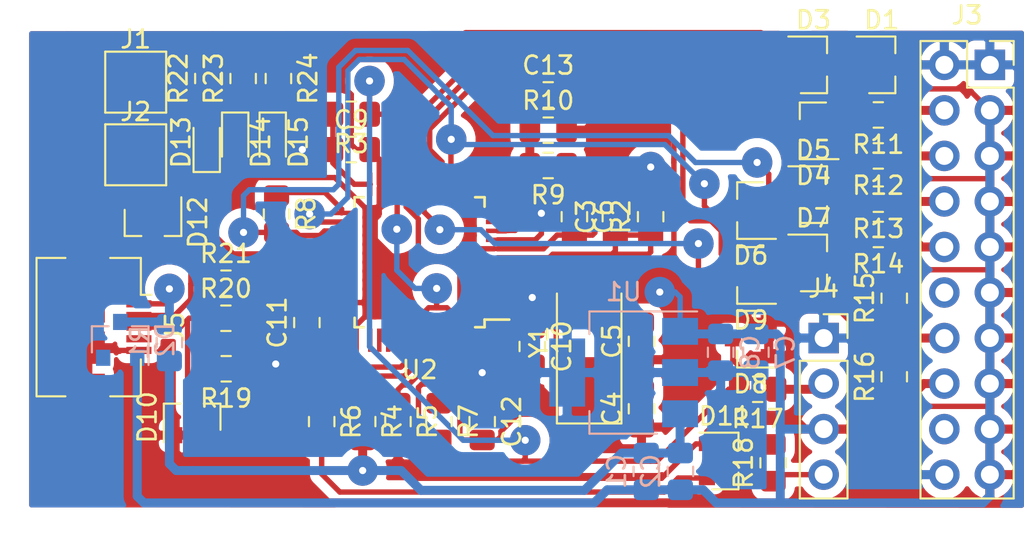
<source format=kicad_pcb>
(kicad_pcb (version 20171130) (host pcbnew 5.1.6-c6e7f7d~87~ubuntu18.04.1)
  (layers (0 F.Cu signal) (31 B.Cu signal) (34 B.Paste user) (35 F.Paste user) (36 B.SilkS user) (37 F.SilkS user) (38 B.Mask user) (39 F.Mask user) (44 Edge.Cuts user))
  (net 0 "")
  (net 1 GND)
  (net 2 "Net-(C3-Pad1)")
  (net 3 "Net-(C4-Pad2)")
  (net 4 "Net-(C5-Pad2)")
  (net 5 +3V3)
  (net 6 "Net-(C13-Pad1)")
  (net 7 "Net-(J2-Pad1)")
  (net 8 "Net-(J3-Pad17)")
  (net 9 "Net-(J3-Pad15)")
  (net 10 "Net-(J3-Pad13)")
  (net 11 "Net-(J3-Pad11)")
  (net 12 "Net-(J3-Pad9)")
  (net 13 "Net-(J3-Pad7)")
  (net 14 "Net-(J3-Pad5)")
  (net 15 "Net-(J3-Pad3)")
  (net 16 "Net-(J4-Pad4)")
  (net 17 "Net-(J4-Pad2)")
  (net 18 VBUS)
  (net 19 "Net-(R4-Pad1)")
  (net 20 "Net-(R6-Pad1)")
  (net 21 "Net-(R7-Pad1)")
  (net 22 /TCK_SWCLK)
  (net 23 "Net-(R8-Pad1)")
  (net 24 /USBDP)
  (net 25 /USBDM)
  (net 26 "Net-(U2-Pad40)")
  (net 27 "Net-(U2-Pad39)")
  (net 28 "Net-(U2-Pad38)")
  (net 29 "Net-(U2-Pad37)")
  (net 30 "Net-(U2-Pad34)")
  (net 31 "Net-(U2-Pad29)")
  (net 32 "Net-(U2-Pad28)")
  (net 33 /TRST)
  (net 34 /NRST)
  (net 35 /TDI)
  (net 36 /TDO_SWO)
  (net 37 "Net-(U2-Pad14)")
  (net 38 "Net-(U2-Pad13)")
  (net 39 "Net-(U2-Pad12)")
  (net 40 "Net-(U2-Pad11)")
  (net 41 "Net-(U2-Pad4)")
  (net 42 "Net-(U2-Pad3)")
  (net 43 "Net-(U2-Pad2)")
  (net 44 /SWIMM_RST)
  (net 45 /SWIMM_DATA)
  (net 46 "Net-(D10-Pad1)")
  (net 47 "Net-(D12-Pad1)")
  (net 48 /TMS_SWDIO)
  (net 49 "Net-(D2-Pad1)")
  (net 50 "Net-(D13-Pad2)")
  (net 51 "Net-(D14-Pad1)")
  (net 52 /LED)
  (net 53 "Net-(D15-Pad1)")
  (net 54 "Net-(J5-Pad4)")
  (module micro:PinSocket_2x10_P2.54mm_Vertical (layer F.Cu) (at 158.75 37.338)
    (fp_text reference J3 (at -1.27 -2.77) (layer F.SilkS))
    (fp_text value JTAG)
    (pad 2 thru_hole rect (at 0 0) (size 1.7 1.7) (drill 1) (layers *.Cu *.Mask) (net 5 +3V3))
    (pad 1 thru_hole oval (at -2.54 0) (size 1.7 1.7) (drill 1) (layers *.Cu *.Mask) (net 5 +3V3))
    (pad 4 thru_hole oval (at 0 2.54) (size 1.7 1.7) (drill 1) (layers *.Cu *.Mask) (net 1 GND))
    (pad 3 thru_hole oval (at -2.54 2.54) (size 1.7 1.7) (drill 1) (layers *.Cu *.Mask) (net 15 "Net-(J3-Pad3)"))
    (pad 6 thru_hole oval (at 0 5.08) (size 1.7 1.7) (drill 1) (layers *.Cu *.Mask) (net 1 GND))
    (pad 5 thru_hole oval (at -2.54 5.08) (size 1.7 1.7) (drill 1) (layers *.Cu *.Mask) (net 14 "Net-(J3-Pad5)"))
    (pad 8 thru_hole oval (at 0 7.62) (size 1.7 1.7) (drill 1) (layers *.Cu *.Mask) (net 1 GND))
    (pad 7 thru_hole oval (at -2.54 7.62) (size 1.7 1.7) (drill 1) (layers *.Cu *.Mask) (net 13 "Net-(J3-Pad7)"))
    (pad 10 thru_hole oval (at 0 10.16) (size 1.7 1.7) (drill 1) (layers *.Cu *.Mask) (net 1 GND))
    (pad 9 thru_hole oval (at -2.54 10.16) (size 1.7 1.7) (drill 1) (layers *.Cu *.Mask) (net 12 "Net-(J3-Pad9)"))
    (pad 12 thru_hole oval (at 0 12.7) (size 1.7 1.7) (drill 1) (layers *.Cu *.Mask) (net 1 GND))
    (pad 11 thru_hole oval (at -2.54 12.7) (size 1.7 1.7) (drill 1) (layers *.Cu *.Mask) (net 11 "Net-(J3-Pad11)"))
    (pad 14 thru_hole oval (at 0 15.24) (size 1.7 1.7) (drill 1) (layers *.Cu *.Mask) (net 1 GND))
    (pad 13 thru_hole oval (at -2.54 15.24) (size 1.7 1.7) (drill 1) (layers *.Cu *.Mask) (net 10 "Net-(J3-Pad13)"))
    (pad 16 thru_hole oval (at 0 17.78) (size 1.7 1.7) (drill 1) (layers *.Cu *.Mask) (net 1 GND))
    (pad 15 thru_hole oval (at -2.54 17.78) (size 1.7 1.7) (drill 1) (layers *.Cu *.Mask) (net 9 "Net-(J3-Pad15)"))
    (pad 18 thru_hole oval (at 0 20.32) (size 1.7 1.7) (drill 1) (layers *.Cu *.Mask) (net 1 GND))
    (pad 17 thru_hole oval (at -2.54 20.32) (size 1.7 1.7) (drill 1) (layers *.Cu *.Mask) (net 8 "Net-(J3-Pad17)"))
    (pad 20 thru_hole oval (at 0 22.86) (size 1.7 1.7) (drill 1) (layers *.Cu *.Mask) (net 1 GND))
    (pad 19 thru_hole oval (at -2.54 22.86) (size 1.7 1.7) (drill 1) (layers *.Cu *.Mask) (net 5 +3V3))
  )
  (module Connector_USB:USB_Micro-B_Amphenol_10104110_Horizontal (layer F.Cu) (at 109.728 51.9684 270)
    (fp_text reference J5 (at 0 -3.55 90) (layer F.SilkS))
    (fp_text value USB_B_Micro)
    (pad 1 smd rect (at -1.3 -1.55 270) (size 0.4 1.4) (layers F.Cu F.Paste F.Mask) (net 49 "Net-(D2-Pad1)"))
    (pad 2 smd rect (at -0.65 -1.55 270) (size 0.4 1.4) (layers F.Cu F.Paste F.Mask) (net 47 "Net-(D12-Pad1)"))
    (pad 3 smd rect (at 0 -1.55 270) (size 0.4 1.4) (layers F.Cu F.Paste F.Mask) (net 46 "Net-(D10-Pad1)"))
    (pad 4 smd rect (at 0.65 -1.55 270) (size 0.4 1.4) (layers F.Cu F.Paste F.Mask) (net 54 "Net-(J5-Pad4)"))
    (pad 5 smd rect (at 1.3 -1.55 270) (size 0.4 1.4) (layers F.Cu F.Paste F.Mask) (net 1 GND))
    (pad 6 smd rect (at -3.75 1.3 270) (size 2.3 1.9) (layers F.Cu F.Paste F.Mask) (net 1 GND))
    (pad 6 smd rect (at 3.75 1.3 270) (size 2.3 1.9) (layers F.Cu F.Paste F.Mask) (net 1 GND))
    (pad 6 smd rect (at -1.15 1.3 270) (size 1.8 1.9) (layers F.Cu F.Paste F.Mask) (net 1 GND))
    (pad 6 smd rect (at 1.15 1.3 270) (size 1.8 1.9) (layers F.Cu F.Paste F.Mask) (net 1 GND))
  )
  (module Resistor_SMD:R_0805_2012Metric_Pad1.15x1.40mm_HandSolder (layer F.Cu) (at 119.0625 38.1 270)
    (fp_text reference R24 (at 0 -1.65 90) (layer F.SilkS))
    (fp_text value 100)
    (pad 2 smd roundrect (at 1.025 0 270) (size 1.15 1.4) (layers F.Cu F.Paste F.Mask) (roundrect_rratio 0.217391) (net 53 "Net-(D15-Pad1)"))
    (pad 1 smd roundrect (at -1.025 0 270) (size 1.15 1.4) (layers F.Cu F.Paste F.Mask) (roundrect_rratio 0.217391) (net 1 GND))
  )
  (module Resistor_SMD:R_0805_2012Metric_Pad1.15x1.40mm_HandSolder (layer F.Cu) (at 117.094 38.1 90)
    (fp_text reference R23 (at 0 -1.65 90) (layer F.SilkS))
    (fp_text value 100)
    (pad 2 smd roundrect (at 1.025 0 90) (size 1.15 1.4) (layers F.Cu F.Paste F.Mask) (roundrect_rratio 0.217391) (net 52 /LED))
    (pad 1 smd roundrect (at -1.025 0 90) (size 1.15 1.4) (layers F.Cu F.Paste F.Mask) (roundrect_rratio 0.217391) (net 51 "Net-(D14-Pad1)"))
  )
  (module Resistor_SMD:R_0805_2012Metric_Pad1.15x1.40mm_HandSolder (layer F.Cu) (at 115.1255 38.1 90)
    (fp_text reference R22 (at 0 -1.65 90) (layer F.SilkS))
    (fp_text value 100)
    (pad 2 smd roundrect (at 1.025 0 90) (size 1.15 1.4) (layers F.Cu F.Paste F.Mask) (roundrect_rratio 0.217391) (net 52 /LED))
    (pad 1 smd roundrect (at -1.025 0 90) (size 1.15 1.4) (layers F.Cu F.Paste F.Mask) (roundrect_rratio 0.217391) (net 50 "Net-(D13-Pad2)"))
  )
  (module LED_SMD:LED_0603_1608Metric_Pad1.05x0.95mm_HandSolder (layer F.Cu) (at 118.745 41.656 270)
    (fp_text reference D15 (at 0 -1.43 90) (layer F.SilkS))
    (fp_text value red)
    (pad 2 smd roundrect (at 0.875 0 270) (size 1.05 0.95) (layers F.Cu F.Paste F.Mask) (net 5 +3V3))
    (pad 1 smd roundrect (at -0.875 0 270) (size 1.05 0.95) (layers F.Cu F.Paste F.Mask) (net 53 "Net-(D15-Pad1)"))
  )
  (module LED_SMD:LED_0603_1608Metric_Pad1.05x0.95mm_HandSolder (layer F.Cu) (at 116.6495 41.656 270)
    (fp_text reference D14 (at 0 -1.43 90) (layer F.SilkS))
    (fp_text value green)
    (pad 2 smd roundrect (at 0.875 0 270) (size 1.05 0.95) (layers F.Cu F.Paste F.Mask) (net 5 +3V3))
    (pad 1 smd roundrect (at -0.875 0 270) (size 1.05 0.95) (layers F.Cu F.Paste F.Mask) (net 51 "Net-(D14-Pad1)"))
  )
  (module LED_SMD:LED_0603_1608Metric_Pad1.05x0.95mm_HandSolder (layer F.Cu) (at 115.062 41.656 90)
    (fp_text reference D13 (at 0 -1.43 90) (layer F.SilkS))
    (fp_text value red)
    (pad 2 smd roundrect (at 0.875 0 90) (size 1.05 0.95) (layers F.Cu F.Paste F.Mask) (net 50 "Net-(D13-Pad2)"))
    (pad 1 smd roundrect (at -0.875 0 90) (size 1.05 0.95) (layers F.Cu F.Paste F.Mask) (net 1 GND))
  )
  (module TestPoint:TestPoint_Pad_3.0x3.0mm (layer F.Cu) (at 111.0996 42.3545)
    (fp_text reference J2 (at 0 -2.398) (layer F.SilkS))
    (fp_text value RX)
    (pad 1 smd rect (at 0 0) (size 3 3) (layers F.Cu F.Mask) (net 7 "Net-(J2-Pad1)"))
  )
  (module TestPoint:TestPoint_Pad_3.0x3.0mm (layer F.Cu) (at 111.0996 38.3032)
    (fp_text reference J1 (at 0 -2.398) (layer F.SilkS))
    (fp_text value TX)
    (pad 1 smd rect (at 0 0) (size 3 3) (layers F.Cu F.Mask) (net 52 /LED))
  )
  (module Resistor_SMD:R_0805_2012Metric_Pad1.15x1.40mm_HandSolder (layer F.Cu) (at 116.14658 54.2925 180)
    (fp_text reference R19 (at 0 -1.65) (layer F.SilkS))
    (fp_text value 100k)
    (pad 2 smd roundrect (at 1.025 0 180) (size 1.15 1.4) (layers F.Cu F.Paste F.Mask) (roundrect_rratio 0.217391) (net 24 /USBDP))
    (pad 1 smd roundrect (at -1.025 0 180) (size 1.15 1.4) (layers F.Cu F.Paste F.Mask) (roundrect_rratio 0.217391) (net 5 +3V3))
  )
  (module Crystal:Crystal_SMD_5032-2Pin_5.0x3.2mm_HandSoldering (layer F.Cu) (at 136.398 52.7939 90)
    (fp_text reference Y1 (at 0 -2.8 90) (layer F.SilkS))
    (fp_text value 8M)
    (pad 2 smd rect (at 2.6 0 90) (size 3.5 2.4) (layers F.Cu F.Paste F.Mask) (net 4 "Net-(C5-Pad2)"))
    (pad 1 smd rect (at -2.6 0 90) (size 3.5 2.4) (layers F.Cu F.Paste F.Mask) (net 3 "Net-(C4-Pad2)"))
  )
  (module Diode_SMD:D_SOT-23_ANK (layer F.Cu) (at 148.9075 44.577)
    (fp_text reference D5 (at 0 -2.5) (layer F.SilkS))
    (fp_text value BZX84-C5V1)
    (pad 1 smd rect (at 1 0) (size 0.9 0.8) (layers F.Cu F.Paste F.Mask) (net 48 /TMS_SWDIO))
    (pad "" smd rect (at -1 0.95) (size 0.9 0.8) (layers F.Cu F.Paste F.Mask))
    (pad 2 smd rect (at -1 -0.95) (size 0.9 0.8) (layers F.Cu F.Paste F.Mask) (net 1 GND))
  )
  (module Package_QFP:TQFP-48_7x7mm_P0.5mm (layer F.Cu) (at 126.9365 48.3489 180)
    (fp_text reference U2 (at 0 -6) (layer F.SilkS))
    (fp_text value STM32F103C8Tx)
    (pad 48 smd rect (at -2.75 -4.35 270) (size 1.3 0.25) (layers F.Cu F.Paste F.Mask) (net 5 +3V3))
    (pad 47 smd rect (at -2.25 -4.35 270) (size 1.3 0.25) (layers F.Cu F.Paste F.Mask) (net 1 GND))
    (pad 46 smd rect (at -1.75 -4.35 270) (size 1.3 0.25) (layers F.Cu F.Paste F.Mask) (net 21 "Net-(R7-Pad1)"))
    (pad 45 smd rect (at -1.25 -4.35 270) (size 1.3 0.25) (layers F.Cu F.Paste F.Mask) (net 45 /SWIMM_DATA))
    (pad 44 smd rect (at -0.75 -4.35 270) (size 1.3 0.25) (layers F.Cu F.Paste F.Mask) (net 19 "Net-(R4-Pad1)"))
    (pad 43 smd rect (at -0.25 -4.35 270) (size 1.3 0.25) (layers F.Cu F.Paste F.Mask) (net 21 "Net-(R7-Pad1)"))
    (pad 42 smd rect (at 0.25 -4.35 270) (size 1.3 0.25) (layers F.Cu F.Paste F.Mask) (net 44 /SWIMM_RST))
    (pad 41 smd rect (at 0.75 -4.35 270) (size 1.3 0.25) (layers F.Cu F.Paste F.Mask) (net 20 "Net-(R6-Pad1)"))
    (pad 40 smd rect (at 1.25 -4.35 270) (size 1.3 0.25) (layers F.Cu F.Paste F.Mask) (net 26 "Net-(U2-Pad40)"))
    (pad 39 smd rect (at 1.75 -4.35 270) (size 1.3 0.25) (layers F.Cu F.Paste F.Mask) (net 27 "Net-(U2-Pad39)"))
    (pad 38 smd rect (at 2.25 -4.35 270) (size 1.3 0.25) (layers F.Cu F.Paste F.Mask) (net 28 "Net-(U2-Pad38)"))
    (pad 37 smd rect (at 2.75 -4.35 270) (size 1.3 0.25) (layers F.Cu F.Paste F.Mask) (net 29 "Net-(U2-Pad37)"))
    (pad 36 smd rect (at 4.35 -2.75 180) (size 1.3 0.25) (layers F.Cu F.Paste F.Mask) (net 5 +3V3))
    (pad 35 smd rect (at 4.35 -2.25 180) (size 1.3 0.25) (layers F.Cu F.Paste F.Mask) (net 1 GND))
    (pad 34 smd rect (at 4.35 -1.75 180) (size 1.3 0.25) (layers F.Cu F.Paste F.Mask) (net 30 "Net-(U2-Pad34)"))
    (pad 33 smd rect (at 4.35 -1.25 180) (size 1.3 0.25) (layers F.Cu F.Paste F.Mask) (net 24 /USBDP))
    (pad 32 smd rect (at 4.35 -0.75 180) (size 1.3 0.25) (layers F.Cu F.Paste F.Mask) (net 25 /USBDM))
    (pad 31 smd rect (at 4.35 -0.25 180) (size 1.3 0.25) (layers F.Cu F.Paste F.Mask) (net 7 "Net-(J2-Pad1)"))
    (pad 30 smd rect (at 4.35 0.25 180) (size 1.3 0.25) (layers F.Cu F.Paste F.Mask) (net 52 /LED))
    (pad 29 smd rect (at 4.35 0.75 180) (size 1.3 0.25) (layers F.Cu F.Paste F.Mask) (net 31 "Net-(U2-Pad29)"))
    (pad 28 smd rect (at 4.35 1.25 180) (size 1.3 0.25) (layers F.Cu F.Paste F.Mask) (net 32 "Net-(U2-Pad28)"))
    (pad 27 smd rect (at 4.35 1.75 180) (size 1.3 0.25) (layers F.Cu F.Paste F.Mask) (net 48 /TMS_SWDIO))
    (pad 26 smd rect (at 4.35 2.25 180) (size 1.3 0.25) (layers F.Cu F.Paste F.Mask) (net 22 /TCK_SWCLK))
    (pad 25 smd rect (at 4.35 2.75 180) (size 1.3 0.25) (layers F.Cu F.Paste F.Mask) (net 23 "Net-(R8-Pad1)"))
    (pad 24 smd rect (at 2.75 4.35 270) (size 1.3 0.25) (layers F.Cu F.Paste F.Mask) (net 5 +3V3))
    (pad 23 smd rect (at 2.25 4.35 270) (size 1.3 0.25) (layers F.Cu F.Paste F.Mask) (net 1 GND))
    (pad 22 smd rect (at 1.75 4.35 270) (size 1.3 0.25) (layers F.Cu F.Paste F.Mask) (net 45 /SWIMM_DATA))
    (pad 21 smd rect (at 1.25 4.35 270) (size 1.3 0.25) (layers F.Cu F.Paste F.Mask) (net 21 "Net-(R7-Pad1)"))
    (pad 20 smd rect (at 0.75 4.35 270) (size 1.3 0.25) (layers F.Cu F.Paste F.Mask) (net 1 GND))
    (pad 19 smd rect (at 0.25 4.35 270) (size 1.3 0.25) (layers F.Cu F.Paste F.Mask) (net 33 /TRST))
    (pad 18 smd rect (at -0.25 4.35 270) (size 1.3 0.25) (layers F.Cu F.Paste F.Mask) (net 34 /NRST))
    (pad 17 smd rect (at -0.75 4.35 270) (size 1.3 0.25) (layers F.Cu F.Paste F.Mask) (net 35 /TDI))
    (pad 16 smd rect (at -1.25 4.35 270) (size 1.3 0.25) (layers F.Cu F.Paste F.Mask) (net 36 /TDO_SWO))
    (pad 15 smd rect (at -1.75 4.35 270) (size 1.3 0.25) (layers F.Cu F.Paste F.Mask) (net 22 /TCK_SWCLK))
    (pad 14 smd rect (at -2.25 4.35 270) (size 1.3 0.25) (layers F.Cu F.Paste F.Mask) (net 37 "Net-(U2-Pad14)"))
    (pad 13 smd rect (at -2.75 4.35 270) (size 1.3 0.25) (layers F.Cu F.Paste F.Mask) (net 38 "Net-(U2-Pad13)"))
    (pad 12 smd rect (at -4.35 2.75 180) (size 1.3 0.25) (layers F.Cu F.Paste F.Mask) (net 39 "Net-(U2-Pad12)"))
    (pad 11 smd rect (at -4.35 2.25 180) (size 1.3 0.25) (layers F.Cu F.Paste F.Mask) (net 40 "Net-(U2-Pad11)"))
    (pad 10 smd rect (at -4.35 1.75 180) (size 1.3 0.25) (layers F.Cu F.Paste F.Mask) (net 6 "Net-(C13-Pad1)"))
    (pad 9 smd rect (at -4.35 1.25 180) (size 1.3 0.25) (layers F.Cu F.Paste F.Mask) (net 5 +3V3))
    (pad 8 smd rect (at -4.35 0.75 180) (size 1.3 0.25) (layers F.Cu F.Paste F.Mask) (net 1 GND))
    (pad 7 smd rect (at -4.35 0.25 180) (size 1.3 0.25) (layers F.Cu F.Paste F.Mask) (net 2 "Net-(C3-Pad1)"))
    (pad 6 smd rect (at -4.35 -0.25 180) (size 1.3 0.25) (layers F.Cu F.Paste F.Mask) (net 4 "Net-(C5-Pad2)"))
    (pad 5 smd rect (at -4.35 -0.75 180) (size 1.3 0.25) (layers F.Cu F.Paste F.Mask) (net 3 "Net-(C4-Pad2)"))
    (pad 4 smd rect (at -4.35 -1.25 180) (size 1.3 0.25) (layers F.Cu F.Paste F.Mask) (net 41 "Net-(U2-Pad4)"))
    (pad 3 smd rect (at -4.35 -1.75 180) (size 1.3 0.25) (layers F.Cu F.Paste F.Mask) (net 42 "Net-(U2-Pad3)"))
    (pad 2 smd rect (at -4.35 -2.25 180) (size 1.3 0.25) (layers F.Cu F.Paste F.Mask) (net 43 "Net-(U2-Pad2)"))
    (pad 1 smd rect (at -4.35 -2.75 180) (size 1.3 0.25) (layers F.Cu F.Paste F.Mask) (net 5 +3V3))
  )
  (module Resistor_SMD:R_0805_2012Metric_Pad1.15x1.40mm_HandSolder (layer F.Cu) (at 152.527 44.831 180)
    (fp_text reference R13 (at 0 -1.65) (layer F.SilkS))
    (fp_text value 75)
    (pad 2 smd roundrect (at 1.025 0 180) (size 1.15 1.4) (layers F.Cu F.Paste F.Mask) (roundrect_rratio 0.217391) (net 48 /TMS_SWDIO))
    (pad 1 smd roundrect (at -1.025 0 180) (size 1.15 1.4) (layers F.Cu F.Paste F.Mask) (roundrect_rratio 0.217391) (net 13 "Net-(J3-Pad7)"))
  )
  (module Diode_SMD:D_SOT-23_ANK (layer F.Cu) (at 112.0648 46.1264 270)
    (fp_text reference D12 (at 0 -2.5 90) (layer F.SilkS))
    (fp_text value BZX84-C5V1)
    (pad 1 smd rect (at 1 0 270) (size 0.9 0.8) (layers F.Cu F.Paste F.Mask) (net 47 "Net-(D12-Pad1)"))
    (pad "" smd rect (at -1 0.95 270) (size 0.9 0.8) (layers F.Cu F.Paste F.Mask) (net 1 GND))
    (pad 2 smd rect (at -1 -0.95 270) (size 0.9 0.8) (layers F.Cu F.Paste F.Mask) (net 1 GND))
  )
  (module Diode_SMD:D_SOT-23_ANK (layer F.Cu) (at 143.9672 59.436)
    (fp_text reference D11 (at 0 -2.5) (layer F.SilkS))
    (fp_text value BZX84-C5V1)
    (pad 1 smd rect (at 1 0) (size 0.9 0.8) (layers F.Cu F.Paste F.Mask) (net 44 /SWIMM_RST))
    (pad "" smd rect (at -1 0.95) (size 0.9 0.8) (layers F.Cu F.Paste F.Mask))
    (pad 2 smd rect (at -1 -0.95) (size 0.9 0.8) (layers F.Cu F.Paste F.Mask) (net 1 GND))
  )
  (module Diode_SMD:D_SOT-23_ANK (layer F.Cu) (at 114.2492 56.9976 90)
    (fp_text reference D10 (at 0 -2.5 90) (layer F.SilkS))
    (fp_text value BZX84-C5V1)
    (pad 1 smd rect (at 1 0 90) (size 0.9 0.8) (layers F.Cu F.Paste F.Mask) (net 46 "Net-(D10-Pad1)"))
    (pad "" smd rect (at -1 0.95 90) (size 0.9 0.8) (layers F.Cu F.Paste F.Mask) (net 1 GND))
    (pad 2 smd rect (at -1 -0.95 90) (size 0.9 0.8) (layers F.Cu F.Paste F.Mask) (net 1 GND))
  )
  (module Diode_SMD:D_SOT-23_ANK (layer F.Cu) (at 145.415 49.0855 180)
    (fp_text reference D9 (at 0 -2.5) (layer F.SilkS))
    (fp_text value BZX84-C5V1)
    (pad 1 smd rect (at 1 0 180) (size 0.9 0.8) (layers F.Cu F.Paste F.Mask) (net 34 /NRST))
    (pad "" smd rect (at -1 0.95 180) (size 0.9 0.8) (layers F.Cu F.Paste F.Mask))
    (pad 2 smd rect (at -1 -0.95 180) (size 0.9 0.8) (layers F.Cu F.Paste F.Mask) (net 1 GND))
  )
  (module Diode_SMD:D_SOT-23_ANK (layer F.Cu) (at 145.415 52.6415 180)
    (fp_text reference D8 (at 0 -2.5) (layer F.SilkS))
    (fp_text value BZX84-C5V1)
    (pad 1 smd rect (at 1 0 180) (size 0.9 0.8) (layers F.Cu F.Paste F.Mask) (net 45 /SWIMM_DATA))
    (pad "" smd rect (at -1 0.95 180) (size 0.9 0.8) (layers F.Cu F.Paste F.Mask) (net 1 GND))
    (pad 2 smd rect (at -1 -0.95 180) (size 0.9 0.8) (layers F.Cu F.Paste F.Mask) (net 1 GND))
  )
  (module Diode_SMD:D_SOT-23_ANK (layer F.Cu) (at 148.9075 48.387)
    (fp_text reference D7 (at 0 -2.5) (layer F.SilkS))
    (fp_text value BZX84-C5V1)
    (pad 1 smd rect (at 1 0) (size 0.9 0.8) (layers F.Cu F.Paste F.Mask) (net 36 /TDO_SWO))
    (pad "" smd rect (at -1 0.95) (size 0.9 0.8) (layers F.Cu F.Paste F.Mask) (net 34 /NRST))
    (pad 2 smd rect (at -1 -0.95) (size 0.9 0.8) (layers F.Cu F.Paste F.Mask) (net 1 GND))
  )
  (module Diode_SMD:D_SOT-23_ANK (layer F.Cu) (at 145.415 45.466 180)
    (fp_text reference D6 (at 0 -2.5) (layer F.SilkS))
    (fp_text value BZX84-C5V1)
    (pad 1 smd rect (at 1 0 180) (size 0.9 0.8) (layers F.Cu F.Paste F.Mask) (net 22 /TCK_SWCLK))
    (pad "" smd rect (at -1 0.95 180) (size 0.9 0.8) (layers F.Cu F.Paste F.Mask))
    (pad 2 smd rect (at -1 -0.95 180) (size 0.9 0.8) (layers F.Cu F.Paste F.Mask) (net 1 GND))
  )
  (module Diode_SMD:D_SOT-23_ANK (layer F.Cu) (at 148.9075 41.0185 180)
    (fp_text reference D4 (at 0 -2.5) (layer F.SilkS))
    (fp_text value BZX84-C5V1)
    (pad 1 smd rect (at 1 0 180) (size 0.9 0.8) (layers F.Cu F.Paste F.Mask) (net 35 /TDI))
    (pad "" smd rect (at -1 0.95 180) (size 0.9 0.8) (layers F.Cu F.Paste F.Mask))
    (pad 2 smd rect (at -1 -0.95 180) (size 0.9 0.8) (layers F.Cu F.Paste F.Mask) (net 1 GND))
  )
  (module Diode_SMD:D_SOT-23_ANK (layer F.Cu) (at 148.9075 37.338)
    (fp_text reference D3 (at 0 -2.5) (layer F.SilkS))
    (fp_text value BZX84-C5V1)
    (pad 1 smd rect (at 1 0) (size 0.9 0.8) (layers F.Cu F.Paste F.Mask) (net 33 /TRST))
    (pad "" smd rect (at -1 0.95) (size 0.9 0.8) (layers F.Cu F.Paste F.Mask))
    (pad 2 smd rect (at -1 -0.95) (size 0.9 0.8) (layers F.Cu F.Paste F.Mask) (net 1 GND))
  )
  (module Diode_SMD:D_SOT-23_ANK (layer B.Cu) (at 110.236 52.6796 90)
    (fp_text reference D2 (at 0 2.5 270) (layer B.SilkS) (effects (justify mirror)))
    (fp_text value BZX84-C5V1)
    (pad 1 smd rect (at 1 0 90) (size 0.9 0.8) (layers B.Cu B.Paste B.Mask) (net 49 "Net-(D2-Pad1)"))
    (pad "" smd rect (at -1 -0.95 90) (size 0.9 0.8) (layers B.Cu B.Paste B.Mask))
    (pad 2 smd rect (at -1 0.95 90) (size 0.9 0.8) (layers B.Cu B.Paste B.Mask) (net 1 GND))
  )
  (module Diode_SMD:D_SOT-23_ANK (layer F.Cu) (at 152.7175 37.338)
    (fp_text reference D1 (at 0 -2.5) (layer F.SilkS))
    (fp_text value BZX84-C5V1)
    (pad 1 smd rect (at 1 0) (size 0.9 0.8) (layers F.Cu F.Paste F.Mask) (net 5 +3V3))
    (pad "" smd rect (at -1 0.95) (size 0.9 0.8) (layers F.Cu F.Paste F.Mask))
    (pad 2 smd rect (at -1 -0.95) (size 0.9 0.8) (layers F.Cu F.Paste F.Mask) (net 1 GND))
  )
  (module Package_TO_SOT_SMD:SOT-223-3_TabPin2 (layer B.Cu) (at 138.32078 54.50332 180)
    (fp_text reference U1 (at 0 4.5 180) (layer B.SilkS) (effects (justify mirror)))
    (fp_text value AZ1117-3.3)
    (pad 1 smd rect (at -3.15 2.3 180) (size 2 1.5) (layers B.Cu B.Paste B.Mask) (net 1 GND))
    (pad 3 smd rect (at -3.15 -2.3 180) (size 2 1.5) (layers B.Cu B.Paste B.Mask) (net 18 VBUS))
    (pad 2 smd rect (at -3.15 0 180) (size 2 1.5) (layers B.Cu B.Paste B.Mask) (net 5 +3V3))
    (pad 2 smd rect (at 3.15 0 180) (size 2 3.8) (layers B.Cu B.Paste B.Mask) (net 5 +3V3))
  )
  (module Resistor_SMD:R_0805_2012Metric_Pad1.15x1.40mm_HandSolder (layer F.Cu) (at 116.13388 49.51984)
    (fp_text reference R21 (at 0 -1.65) (layer F.SilkS))
    (fp_text value 75)
    (pad 2 smd roundrect (at 1.025 0) (size 1.15 1.4) (layers F.Cu F.Paste F.Mask) (roundrect_rratio 0.217391) (net 25 /USBDM))
    (pad 1 smd roundrect (at -1.025 0) (size 1.15 1.4) (layers F.Cu F.Paste F.Mask) (roundrect_rratio 0.217391) (net 47 "Net-(D12-Pad1)"))
  )
  (module Resistor_SMD:R_0805_2012Metric_Pad1.15x1.40mm_HandSolder (layer F.Cu) (at 116.13134 51.4731)
    (fp_text reference R20 (at 0 -1.65) (layer F.SilkS))
    (fp_text value 75)
    (pad 2 smd roundrect (at 1.025 0) (size 1.15 1.4) (layers F.Cu F.Paste F.Mask) (roundrect_rratio 0.217391) (net 24 /USBDP))
    (pad 1 smd roundrect (at -1.025 0) (size 1.15 1.4) (layers F.Cu F.Paste F.Mask) (roundrect_rratio 0.217391) (net 46 "Net-(D10-Pad1)"))
  )
  (module Resistor_SMD:R_0805_2012Metric_Pad1.15x1.40mm_HandSolder (layer F.Cu) (at 146.6596 59.5376 90)
    (fp_text reference R18 (at 0 -1.65 90) (layer F.SilkS))
    (fp_text value 75)
    (pad 2 smd roundrect (at 1.025 0 90) (size 1.15 1.4) (layers F.Cu F.Paste F.Mask) (roundrect_rratio 0.217391) (net 44 /SWIMM_RST))
    (pad 1 smd roundrect (at -1.025 0 90) (size 1.15 1.4) (layers F.Cu F.Paste F.Mask) (roundrect_rratio 0.217391) (net 16 "Net-(J4-Pad4)"))
  )
  (module Resistor_SMD:R_0805_2012Metric_Pad1.15x1.40mm_HandSolder (layer F.Cu) (at 145.796 55.4355 180)
    (fp_text reference R17 (at 0 -1.65) (layer F.SilkS))
    (fp_text value 75)
    (pad 2 smd roundrect (at 1.025 0 180) (size 1.15 1.4) (layers F.Cu F.Paste F.Mask) (roundrect_rratio 0.217391) (net 45 /SWIMM_DATA))
    (pad 1 smd roundrect (at -1.025 0 180) (size 1.15 1.4) (layers F.Cu F.Paste F.Mask) (roundrect_rratio 0.217391) (net 17 "Net-(J4-Pad2)"))
  )
  (module Resistor_SMD:R_0805_2012Metric_Pad1.15x1.40mm_HandSolder (layer F.Cu) (at 153.416 54.737 90)
    (fp_text reference R16 (at 0 -1.65 90) (layer F.SilkS))
    (fp_text value 75)
    (pad 2 smd roundrect (at 1.025 0 90) (size 1.15 1.4) (layers F.Cu F.Paste F.Mask) (roundrect_rratio 0.217391) (net 34 /NRST))
    (pad 1 smd roundrect (at -1.025 0 90) (size 1.15 1.4) (layers F.Cu F.Paste F.Mask) (roundrect_rratio 0.217391) (net 9 "Net-(J3-Pad15)"))
  )
  (module Resistor_SMD:R_0805_2012Metric_Pad1.15x1.40mm_HandSolder (layer F.Cu) (at 153.416 50.3555 90)
    (fp_text reference R15 (at 0 -1.65 90) (layer F.SilkS))
    (fp_text value 75)
    (pad 2 smd roundrect (at 1.025 0 90) (size 1.15 1.4) (layers F.Cu F.Paste F.Mask) (roundrect_rratio 0.217391) (net 36 /TDO_SWO))
    (pad 1 smd roundrect (at -1.025 0 90) (size 1.15 1.4) (layers F.Cu F.Paste F.Mask) (roundrect_rratio 0.217391) (net 10 "Net-(J3-Pad13)"))
  )
  (module Resistor_SMD:R_0805_2012Metric_Pad1.15x1.40mm_HandSolder (layer F.Cu) (at 152.527 46.7995 180)
    (fp_text reference R14 (at 0 -1.65) (layer F.SilkS))
    (fp_text value 75)
    (pad 2 smd roundrect (at 1.025 0 180) (size 1.15 1.4) (layers F.Cu F.Paste F.Mask) (roundrect_rratio 0.217391) (net 22 /TCK_SWCLK))
    (pad 1 smd roundrect (at -1.025 0 180) (size 1.15 1.4) (layers F.Cu F.Paste F.Mask) (roundrect_rratio 0.217391) (net 12 "Net-(J3-Pad9)"))
  )
  (module Resistor_SMD:R_0805_2012Metric_Pad1.15x1.40mm_HandSolder (layer F.Cu) (at 152.527 42.418 180)
    (fp_text reference R12 (at 0 -1.65) (layer F.SilkS))
    (fp_text value 75)
    (pad 2 smd roundrect (at 1.025 0 180) (size 1.15 1.4) (layers F.Cu F.Paste F.Mask) (roundrect_rratio 0.217391) (net 35 /TDI))
    (pad 1 smd roundrect (at -1.025 0 180) (size 1.15 1.4) (layers F.Cu F.Paste F.Mask) (roundrect_rratio 0.217391) (net 14 "Net-(J3-Pad5)"))
  )
  (module Resistor_SMD:R_0805_2012Metric_Pad1.15x1.40mm_HandSolder (layer F.Cu) (at 152.527 40.132 180)
    (fp_text reference R11 (at 0 -1.65) (layer F.SilkS))
    (fp_text value 75)
    (pad 2 smd roundrect (at 1.025 0 180) (size 1.15 1.4) (layers F.Cu F.Paste F.Mask) (roundrect_rratio 0.217391) (net 33 /TRST))
    (pad 1 smd roundrect (at -1.025 0 180) (size 1.15 1.4) (layers F.Cu F.Paste F.Mask) (roundrect_rratio 0.217391) (net 15 "Net-(J3-Pad3)"))
  )
  (module Resistor_SMD:R_0805_2012Metric_Pad1.15x1.40mm_HandSolder (layer F.Cu) (at 134.112 40.9829)
    (fp_text reference R10 (at 0 -1.65) (layer F.SilkS))
    (fp_text value 100k)
    (pad 2 smd roundrect (at 1.025 0) (size 1.15 1.4) (layers F.Cu F.Paste F.Mask) (roundrect_rratio 0.217391) (net 1 GND))
    (pad 1 smd roundrect (at -1.025 0) (size 1.15 1.4) (layers F.Cu F.Paste F.Mask) (roundrect_rratio 0.217391) (net 6 "Net-(C13-Pad1)"))
  )
  (module Resistor_SMD:R_0805_2012Metric_Pad1.15x1.40mm_HandSolder (layer F.Cu) (at 134.112 42.9514 180)
    (fp_text reference R9 (at 0 -1.65) (layer F.SilkS))
    (fp_text value 100k)
    (pad 2 smd roundrect (at 1.025 0 180) (size 1.15 1.4) (layers F.Cu F.Paste F.Mask) (roundrect_rratio 0.217391) (net 6 "Net-(C13-Pad1)"))
    (pad 1 smd roundrect (at -1.025 0 180) (size 1.15 1.4) (layers F.Cu F.Paste F.Mask) (roundrect_rratio 0.217391) (net 5 +3V3))
  )
  (module Resistor_SMD:R_0805_2012Metric_Pad1.15x1.40mm_HandSolder (layer F.Cu) (at 118.95836 45.65904 270)
    (fp_text reference R8 (at 0 -1.65 90) (layer F.SilkS))
    (fp_text value 220)
    (pad 2 smd roundrect (at 1.025 0 270) (size 1.15 1.4) (layers F.Cu F.Paste F.Mask) (roundrect_rratio 0.217391) (net 48 /TMS_SWDIO))
    (pad 1 smd roundrect (at -1.025 0 270) (size 1.15 1.4) (layers F.Cu F.Paste F.Mask) (roundrect_rratio 0.217391) (net 23 "Net-(R8-Pad1)"))
  )
  (module Resistor_SMD:R_0805_2012Metric_Pad1.15x1.40mm_HandSolder (layer F.Cu) (at 128.016 57.2389 270)
    (fp_text reference R7 (at 0 -1.65 90) (layer F.SilkS))
    (fp_text value 220)
    (pad 2 smd roundrect (at 1.025 0 270) (size 1.15 1.4) (layers F.Cu F.Paste F.Mask) (roundrect_rratio 0.217391) (net 45 /SWIMM_DATA))
    (pad 1 smd roundrect (at -1.025 0 270) (size 1.15 1.4) (layers F.Cu F.Paste F.Mask) (roundrect_rratio 0.217391) (net 21 "Net-(R7-Pad1)"))
  )
  (module Resistor_SMD:R_0805_2012Metric_Pad1.15x1.40mm_HandSolder (layer F.Cu) (at 121.4755 57.2389 270)
    (fp_text reference R6 (at 0 -1.65 90) (layer F.SilkS))
    (fp_text value 220)
    (pad 2 smd roundrect (at 1.025 0 270) (size 1.15 1.4) (layers F.Cu F.Paste F.Mask) (roundrect_rratio 0.217391) (net 44 /SWIMM_RST))
    (pad 1 smd roundrect (at -1.025 0 270) (size 1.15 1.4) (layers F.Cu F.Paste F.Mask) (roundrect_rratio 0.217391) (net 20 "Net-(R6-Pad1)"))
  )
  (module Resistor_SMD:R_0805_2012Metric_Pad1.15x1.40mm_HandSolder (layer F.Cu) (at 125.73 57.2389 270)
    (fp_text reference R5 (at 0 -1.65 90) (layer F.SilkS))
    (fp_text value 100k)
    (pad 2 smd roundrect (at 1.025 0 270) (size 1.15 1.4) (layers F.Cu F.Paste F.Mask) (roundrect_rratio 0.217391) (net 1 GND))
    (pad 1 smd roundrect (at -1.025 0 270) (size 1.15 1.4) (layers F.Cu F.Paste F.Mask) (roundrect_rratio 0.217391) (net 19 "Net-(R4-Pad1)"))
  )
  (module Resistor_SMD:R_0805_2012Metric_Pad1.15x1.40mm_HandSolder (layer F.Cu) (at 123.7615 57.2389 270)
    (fp_text reference R4 (at 0 -1.65 90) (layer F.SilkS))
    (fp_text value 100k)
    (pad 2 smd roundrect (at 1.025 0 270) (size 1.15 1.4) (layers F.Cu F.Paste F.Mask) (roundrect_rratio 0.217391) (net 18 VBUS))
    (pad 1 smd roundrect (at -1.025 0 270) (size 1.15 1.4) (layers F.Cu F.Paste F.Mask) (roundrect_rratio 0.217391) (net 19 "Net-(R4-Pad1)"))
  )
  (module Resistor_SMD:R_0805_2012Metric_Pad1.15x1.40mm_HandSolder (layer F.Cu) (at 123.1265 40.0939 180)
    (fp_text reference R3 (at 0 -1.65) (layer F.SilkS))
    (fp_text value 680)
    (pad 2 smd roundrect (at 1.025 0 180) (size 1.15 1.4) (layers F.Cu F.Paste F.Mask) (roundrect_rratio 0.217391) (net 5 +3V3))
    (pad 1 smd roundrect (at -1.025 0 180) (size 1.15 1.4) (layers F.Cu F.Paste F.Mask) (roundrect_rratio 0.217391) (net 45 /SWIMM_DATA))
  )
  (module Resistor_SMD:R_0805_2012Metric_Pad1.15x1.40mm_HandSolder (layer F.Cu) (at 139.827 45.8089 90)
    (fp_text reference R2 (at 0 -1.65 90) (layer F.SilkS))
    (fp_text value 100k)
    (pad 2 smd roundrect (at 1.025 0 90) (size 1.15 1.4) (layers F.Cu F.Paste F.Mask) (roundrect_rratio 0.217391) (net 5 +3V3))
    (pad 1 smd roundrect (at -1.025 0 90) (size 1.15 1.4) (layers F.Cu F.Paste F.Mask) (roundrect_rratio 0.217391) (net 2 "Net-(C3-Pad1)"))
  )
  (module Resistor_SMD:R_0805_2012Metric_Pad1.15x1.40mm_HandSolder (layer B.Cu) (at 112.9792 52.832 270)
    (fp_text reference R1 (at 0 1.65 90) (layer B.SilkS) (effects (justify mirror)))
    (fp_text value 10)
    (pad 2 smd roundrect (at 1.025 0 270) (size 1.15 1.4) (layers B.Cu B.Paste B.Mask) (roundrect_rratio 0.217391) (net 18 VBUS))
    (pad 1 smd roundrect (at -1.025 0 270) (size 1.15 1.4) (layers B.Cu B.Paste B.Mask) (roundrect_rratio 0.217391) (net 49 "Net-(D2-Pad1)"))
  )
  (module Connector_PinSocket_2.54mm:PinSocket_1x04_P2.54mm_Vertical (layer F.Cu) (at 149.479 52.578)
    (fp_text reference J4 (at 0 -2.77) (layer F.SilkS))
    (fp_text value SWIMM)
    (pad 4 thru_hole oval (at 0 7.62) (size 1.7 1.7) (drill 1) (layers *.Cu *.Mask) (net 16 "Net-(J4-Pad4)"))
    (pad 3 thru_hole oval (at 0 5.08) (size 1.7 1.7) (drill 1) (layers *.Cu *.Mask) (net 1 GND))
    (pad 2 thru_hole oval (at 0 2.54) (size 1.7 1.7) (drill 1) (layers *.Cu *.Mask) (net 17 "Net-(J4-Pad2)"))
    (pad 1 thru_hole rect (at 0 0) (size 1.7 1.7) (drill 1) (layers *.Cu *.Mask) (net 5 +3V3))
  )
  (module Capacitor_SMD:C_0805_2012Metric_Pad1.15x1.40mm_HandSolder (layer F.Cu) (at 134.112 39.0144)
    (fp_text reference C13 (at 0 -1.65) (layer F.SilkS))
    (fp_text value 0.1)
    (pad 2 smd roundrect (at 1.025 0) (size 1.15 1.4) (layers F.Cu F.Paste F.Mask) (roundrect_rratio 0.217391) (net 1 GND))
    (pad 1 smd roundrect (at -1.025 0) (size 1.15 1.4) (layers F.Cu F.Paste F.Mask) (roundrect_rratio 0.217391) (net 6 "Net-(C13-Pad1)"))
  )
  (module Capacitor_SMD:C_0805_2012Metric_Pad1.15x1.40mm_HandSolder (layer F.Cu) (at 130.429 57.2389 270)
    (fp_text reference C12 (at 0 -1.65 90) (layer F.SilkS))
    (fp_text value 0.1)
    (pad 2 smd roundrect (at 1.025 0 270) (size 1.15 1.4) (layers F.Cu F.Paste F.Mask) (roundrect_rratio 0.217391) (net 1 GND))
    (pad 1 smd roundrect (at -1.025 0 270) (size 1.15 1.4) (layers F.Cu F.Paste F.Mask) (roundrect_rratio 0.217391) (net 5 +3V3))
  )
  (module Capacitor_SMD:C_0805_2012Metric_Pad1.15x1.40mm_HandSolder (layer F.Cu) (at 120.65 51.7144 90)
    (fp_text reference C11 (at 0 -1.65 90) (layer F.SilkS))
    (fp_text value 0.1)
    (pad 2 smd roundrect (at 1.025 0 90) (size 1.15 1.4) (layers F.Cu F.Paste F.Mask) (roundrect_rratio 0.217391) (net 1 GND))
    (pad 1 smd roundrect (at -1.025 0 90) (size 1.15 1.4) (layers F.Cu F.Paste F.Mask) (roundrect_rratio 0.217391) (net 5 +3V3))
  )
  (module Capacitor_SMD:C_0805_2012Metric_Pad1.15x1.40mm_HandSolder (layer F.Cu) (at 133.223 53.0479 270)
    (fp_text reference C10 (at 0 -1.65 90) (layer F.SilkS))
    (fp_text value 0.1)
    (pad 2 smd roundrect (at 1.025 0 270) (size 1.15 1.4) (layers F.Cu F.Paste F.Mask) (roundrect_rratio 0.217391) (net 1 GND))
    (pad 1 smd roundrect (at -1.025 0 270) (size 1.15 1.4) (layers F.Cu F.Paste F.Mask) (roundrect_rratio 0.217391) (net 5 +3V3))
  )
  (module Capacitor_SMD:C_0805_2012Metric_Pad1.15x1.40mm_HandSolder (layer F.Cu) (at 123.1265 42.0624)
    (fp_text reference C9 (at 0 -1.65) (layer F.SilkS))
    (fp_text value 0.1)
    (pad 2 smd roundrect (at 1.025 0) (size 1.15 1.4) (layers F.Cu F.Paste F.Mask) (roundrect_rratio 0.217391) (net 1 GND))
    (pad 1 smd roundrect (at -1.025 0) (size 1.15 1.4) (layers F.Cu F.Paste F.Mask) (roundrect_rratio 0.217391) (net 5 +3V3))
  )
  (module Capacitor_SMD:C_0805_2012Metric_Pad1.15x1.40mm_HandSolder (layer B.Cu) (at 143.73098 53.37302 90)
    (fp_text reference C8 (at 0 1.65 270) (layer B.SilkS) (effects (justify mirror)))
    (fp_text value 0.1)
    (pad 2 smd roundrect (at 1.025 0 90) (size 1.15 1.4) (layers B.Cu B.Paste B.Mask) (roundrect_rratio 0.217391) (net 1 GND))
    (pad 1 smd roundrect (at -1.025 0 90) (size 1.15 1.4) (layers B.Cu B.Paste B.Mask) (roundrect_rratio 0.217391) (net 5 +3V3))
  )
  (module Capacitor_SMD:C_0805_2012Metric_Pad1.15x1.40mm_HandSolder (layer B.Cu) (at 145.69948 53.37048 90)
    (fp_text reference C7 (at 0 1.65 270) (layer B.SilkS) (effects (justify mirror)))
    (fp_text value 10)
    (pad 2 smd roundrect (at 1.025 0 90) (size 1.15 1.4) (layers B.Cu B.Paste B.Mask) (roundrect_rratio 0.217391) (net 1 GND))
    (pad 1 smd roundrect (at -1.025 0 90) (size 1.15 1.4) (layers B.Cu B.Paste B.Mask) (roundrect_rratio 0.217391) (net 5 +3V3))
  )
  (module Capacitor_SMD:C_0805_2012Metric_Pad1.15x1.40mm_HandSolder (layer F.Cu) (at 135.5725 45.8089 270)
    (fp_text reference C6 (at 0 -1.65 90) (layer F.SilkS))
    (fp_text value 0.1)
    (pad 2 smd roundrect (at 1.025 0 270) (size 1.15 1.4) (layers F.Cu F.Paste F.Mask) (roundrect_rratio 0.217391) (net 1 GND))
    (pad 1 smd roundrect (at -1.025 0 270) (size 1.15 1.4) (layers F.Cu F.Paste F.Mask) (roundrect_rratio 0.217391) (net 5 +3V3))
  )
  (module Capacitor_SMD:C_0805_2012Metric_Pad1.15x1.40mm_HandSolder (layer F.Cu) (at 139.31646 52.76088 90)
    (fp_text reference C5 (at 0 -1.65 90) (layer F.SilkS))
    (fp_text value 22p)
    (pad 2 smd roundrect (at 1.025 0 90) (size 1.15 1.4) (layers F.Cu F.Paste F.Mask) (roundrect_rratio 0.217391) (net 4 "Net-(C5-Pad2)"))
    (pad 1 smd roundrect (at -1.025 0 90) (size 1.15 1.4) (layers F.Cu F.Paste F.Mask) (roundrect_rratio 0.217391) (net 1 GND))
  )
  (module Capacitor_SMD:C_0805_2012Metric_Pad1.15x1.40mm_HandSolder (layer F.Cu) (at 139.31646 56.52262 90)
    (fp_text reference C4 (at 0 -1.65 90) (layer F.SilkS))
    (fp_text value 22p)
    (pad 2 smd roundrect (at 1.025 0 90) (size 1.15 1.4) (layers F.Cu F.Paste F.Mask) (roundrect_rratio 0.217391) (net 3 "Net-(C4-Pad2)"))
    (pad 1 smd roundrect (at -1.025 0 90) (size 1.15 1.4) (layers F.Cu F.Paste F.Mask) (roundrect_rratio 0.217391) (net 1 GND))
  )
  (module Capacitor_SMD:C_0805_2012Metric_Pad1.15x1.40mm_HandSolder (layer F.Cu) (at 137.8585 45.8089 90)
    (fp_text reference C3 (at 0 -1.65 90) (layer F.SilkS))
    (fp_text value 0.1)
    (pad 2 smd roundrect (at 1.025 0 90) (size 1.15 1.4) (layers F.Cu F.Paste F.Mask) (roundrect_rratio 0.217391) (net 1 GND))
    (pad 1 smd roundrect (at -1.025 0 90) (size 1.15 1.4) (layers F.Cu F.Paste F.Mask) (roundrect_rratio 0.217391) (net 2 "Net-(C3-Pad1)"))
  )
  (module Capacitor_SMD:C_0805_2012Metric_Pad1.15x1.40mm_HandSolder (layer B.Cu) (at 141.48816 60.01766 270)
    (fp_text reference C2 (at 0 1.65 90) (layer B.SilkS) (effects (justify mirror)))
    (fp_text value 0.1)
    (pad 2 smd roundrect (at 1.025 0 270) (size 1.15 1.4) (layers B.Cu B.Paste B.Mask) (roundrect_rratio 0.217391) (net 1 GND))
    (pad 1 smd roundrect (at -1.025 0 270) (size 1.15 1.4) (layers B.Cu B.Paste B.Mask) (roundrect_rratio 0.217391) (net 18 VBUS))
  )
  (module Capacitor_SMD:C_0805_2012Metric_Pad1.15x1.40mm_HandSolder (layer B.Cu) (at 139.58316 60.01766 270)
    (fp_text reference C1 (at 0 1.65 90) (layer B.SilkS) (effects (justify mirror)))
    (fp_text value 10)
    (pad 2 smd roundrect (at 1.025 0 270) (size 1.15 1.4) (layers B.Cu B.Paste B.Mask) (roundrect_rratio 0.217391) (net 1 GND))
    (pad 1 smd roundrect (at -1.025 0 270) (size 1.15 1.4) (layers B.Cu B.Paste B.Mask) (roundrect_rratio 0.217391) (net 18 VBUS))
  )
  (gr_text TX (at 107.7976 38.3032) (layer F.Cu) (effects (font (size 1.5 1.5) (thickness 0.3))))
  (gr_text RX (at 107.6452 42.3672) (layer F.Cu) (effects (font (size 1.5 1.5) (thickness 0.3))))
  (via (at 112.9792 49.8348) (size 1.7) (drill 0.4) (layers F.Cu B.Cu) (net 49))
  (via (at 140.335 50.0126) (size 1.7) (drill 0.4) (layers F.Cu B.Cu) (net 1))
  (segment (start 158.75 56.388) (end 158.75 57.658) (width 0.3) (layer F.Cu) (net 1))
  (segment (start 155.194 56.388) (end 158.75 56.388) (width 0.3) (layer F.Cu) (net 1))
  (segment (start 153.924 57.658) (end 155.194 56.388) (width 0.3) (layer F.Cu) (net 1))
  (segment (start 158.75 43.561) (end 158.75 44.958) (width 0.3) (layer F.Cu) (net 1))
  (segment (start 158.75 42.418) (end 158.75 43.561) (width 0.3) (layer F.Cu) (net 1))
  (segment (start 124.6865 45.6459) (end 124.6865 44.1864) (width 0.3) (layer F.Cu) (net 1))
  (segment (start 124.6505 45.6819) (end 124.6865 45.6459) (width 0.3) (layer F.Cu) (net 1))
  (segment (start 129.1865 47.6779) (end 129.1075 47.5989) (width 0.3) (layer F.Cu) (net 1))
  (segment (start 152.527 57.658) (end 152.654 57.658) (width 0.3) (layer F.Cu) (net 1))
  (segment (start 152.654 57.658) (end 153.924 57.658) (width 0.3) (layer F.Cu) (net 1))
  (segment (start 149.479 57.658) (end 149.479 57.8485) (width 0.5) (layer F.Cu) (net 1))
  (segment (start 147.9685 43.688) (end 147.9075 43.627) (width 0.3) (layer F.Cu) (net 1))
  (segment (start 158.75 43.561) (end 158.623 43.688) (width 0.3) (layer F.Cu) (net 1))
  (segment (start 146.7325 50.308) (end 146.7485 50.292) (width 0.3) (layer F.Cu) (net 1))
  (segment (start 146.13 50.292) (end 146.7485 50.292) (width 0.3) (layer F.Cu) (net 1))
  (segment (start 148.2885 36.388) (end 151.7175 36.388) (width 0.5) (layer F.Cu) (net 1))
  (segment (start 151.53844 57.50356) (end 151.384 57.658) (width 0.5) (layer F.Cu) (net 1))
  (segment (start 151.53844 56.66944) (end 151.53844 57.50356) (width 0.5) (layer F.Cu) (net 1))
  (segment (start 151.384 57.658) (end 152.654 57.658) (width 0.3) (layer F.Cu) (net 1))
  (segment (start 149.479 57.658) (end 151.384 57.658) (width 0.5) (layer F.Cu) (net 1))
  (segment (start 158.623 43.688) (end 149.2885 43.688) (width 0.3) (layer F.Cu) (net 1))
  (segment (start 149.2885 43.688) (end 147.9685 43.688) (width 0.3) (layer F.Cu) (net 1))
  (segment (start 158.75 48.768) (end 158.75 60.198) (width 0.3) (layer F.Cu) (net 1))
  (segment (start 158.75 39.878) (end 158.75 48.768) (width 0.3) (layer F.Cu) (net 1))
  (segment (start 150.434 47.437) (end 147.9075 47.437) (width 0.3) (layer F.Cu) (net 1))
  (segment (start 154.3685 48.133) (end 151.13 48.133) (width 0.3) (layer F.Cu) (net 1))
  (segment (start 158.75 48.768) (end 155.0035 48.768) (width 0.3) (layer F.Cu) (net 1))
  (segment (start 151.13 48.133) (end 150.434 47.437) (width 0.3) (layer F.Cu) (net 1))
  (segment (start 155.0035 48.768) (end 154.3685 48.133) (width 0.3) (layer F.Cu) (net 1))
  (segment (start 146.415 46.416) (end 146.415 46.974) (width 0.3) (layer F.Cu) (net 1))
  (segment (start 146.415 46.974) (end 146.6215 47.1805) (width 0.3) (layer F.Cu) (net 1))
  (segment (start 147.651 47.1805) (end 147.9075 47.437) (width 0.3) (layer F.Cu) (net 1))
  (segment (start 146.6215 47.1805) (end 147.651 47.1805) (width 0.3) (layer F.Cu) (net 1))
  (segment (start 151.7175 36.388) (end 151.7175 38.288) (width 0.5) (layer F.Cu) (net 1))
  (segment (start 151.7175 38.288) (end 154.366 38.288) (width 0.3) (layer F.Cu) (net 1))
  (segment (start 154.366 38.288) (end 154.755999 38.677999) (width 0.3) (layer F.Cu) (net 1))
  (segment (start 157.549999 38.677999) (end 158.75 39.878) (width 0.3) (layer F.Cu) (net 1))
  (segment (start 154.755999 38.677999) (end 157.549999 38.677999) (width 0.3) (layer F.Cu) (net 1))
  (segment (start 129.286 58.1914) (end 129.3585 58.2639) (width 0.3) (layer F.Cu) (net 1))
  (segment (start 129.3585 58.2639) (end 130.429 58.2639) (width 0.3) (layer F.Cu) (net 1))
  (segment (start 124.6865 42.5974) (end 124.1515 42.0624) (width 0.3) (layer F.Cu) (net 1))
  (segment (start 124.6865 43.9989) (end 124.6865 42.5974) (width 0.3) (layer F.Cu) (net 1))
  (segment (start 135.5725 46.8339) (end 134.611 46.8339) (width 0.3) (layer F.Cu) (net 1))
  (segment (start 133.846 47.5989) (end 131.2865 47.5989) (width 0.3) (layer F.Cu) (net 1))
  (segment (start 134.611 46.8339) (end 133.846 47.5989) (width 0.3) (layer F.Cu) (net 1))
  (segment (start 135.5725 46.8339) (end 135.5725 46.7524) (width 0.3) (layer F.Cu) (net 1))
  (segment (start 135.5725 46.8339) (end 136.4525 46.8339) (width 0.3) (layer F.Cu) (net 1))
  (segment (start 137.8585 44.7839) (end 136.788 44.7839) (width 0.3) (layer F.Cu) (net 1))
  (segment (start 136.788 44.7839) (end 136.7155 44.8564) (width 0.3) (layer F.Cu) (net 1))
  (segment (start 136.7155 44.8564) (end 136.7155 46.6979) (width 0.3) (layer F.Cu) (net 1))
  (segment (start 136.5795 46.8339) (end 136.4525 46.8339) (width 0.3) (layer F.Cu) (net 1))
  (segment (start 136.7155 46.6979) (end 136.5795 46.8339) (width 0.3) (layer F.Cu) (net 1))
  (segment (start 129.1865 58.0919) (end 129.3585 58.2639) (width 0.3) (layer F.Cu) (net 1))
  (segment (start 129.1865 51.1789) (end 129.1865 58.0919) (width 0.3) (layer F.Cu) (net 1))
  (segment (start 124.6505 45.747398) (end 124.46 45.937898) (width 0.3) (layer F.Cu) (net 1))
  (segment (start 124.6505 45.6819) (end 124.6505 45.747398) (width 0.3) (layer F.Cu) (net 1))
  (segment (start 124.46 45.937898) (end 124.46 47.076902) (width 0.3) (layer F.Cu) (net 1))
  (segment (start 124.46 47.076902) (end 125.441998 48.0589) (width 0.3) (layer F.Cu) (net 1))
  (segment (start 129.1865 51.1789) (end 129.1865 48.0589) (width 0.3) (layer F.Cu) (net 1))
  (segment (start 129.1865 48.0589) (end 129.1865 47.6779) (width 0.3) (layer F.Cu) (net 1))
  (segment (start 125.1945 50.5989) (end 125.1945 48.306398) (width 0.3) (layer F.Cu) (net 1))
  (segment (start 125.1945 48.306398) (end 125.441998 48.0589) (width 0.3) (layer F.Cu) (net 1))
  (segment (start 120.8405 50.6259) (end 120.8675 50.5989) (width 0.3) (layer F.Cu) (net 1))
  (segment (start 126.1865 43.9989) (end 126.1865 45.251398) (width 0.3) (layer F.Cu) (net 1))
  (segment (start 126.866501 48.042099) (end 126.8497 48.0589) (width 0.3) (layer F.Cu) (net 1))
  (segment (start 126.1865 45.251398) (end 126.866501 45.931399) (width 0.3) (layer F.Cu) (net 1))
  (segment (start 125.441998 48.0589) (end 126.8497 48.0589) (width 0.3) (layer F.Cu) (net 1))
  (segment (start 126.866501 45.931399) (end 126.866501 48.042099) (width 0.3) (layer F.Cu) (net 1))
  (segment (start 126.8497 48.0589) (end 129.1865 48.0589) (width 0.3) (layer F.Cu) (net 1))
  (segment (start 131.8223 54.0729) (end 133.223 54.0729) (width 0.3) (layer F.Cu) (net 1))
  (segment (start 131.6482 53.8988) (end 131.8223 54.0729) (width 0.3) (layer F.Cu) (net 1))
  (segment (start 131.6482 53.0606) (end 131.6482 53.8988) (width 0.3) (layer F.Cu) (net 1))
  (segment (start 129.6035 51.0159) (end 131.6482 53.0606) (width 0.3) (layer F.Cu) (net 1))
  (segment (start 129.1865 51.1789) (end 129.3495 51.0159) (width 0.3) (layer F.Cu) (net 1))
  (segment (start 129.3495 51.0159) (end 129.6035 51.0159) (width 0.3) (layer F.Cu) (net 1))
  (segment (start 125.73 58.2639) (end 125.73 59.459402) (width 0.3) (layer F.Cu) (net 1))
  (segment (start 129.62566 47.5989) (end 129.62566 45.73086) (width 0.3) (layer F.Cu) (net 1))
  (segment (start 129.62566 47.5989) (end 129.1075 47.5989) (width 0.3) (layer F.Cu) (net 1))
  (segment (start 131.099 47.5989) (end 129.62566 47.5989) (width 0.3) (layer F.Cu) (net 1))
  (segment (start 129.62566 45.73086) (end 129.62128 45.72648) (width 0.3) (layer F.Cu) (net 1))
  (segment (start 129.62128 45.72648) (end 129.62128 45.65904) (width 0.3) (layer F.Cu) (net 1))
  (segment (start 129.62128 45.65904) (end 131.37388 43.90644) (width 0.3) (layer F.Cu) (net 1))
  (segment (start 131.37388 43.90644) (end 131.37388 38.62324) (width 0.3) (layer F.Cu) (net 1))
  (segment (start 131.37388 38.62324) (end 132.2578 37.73932) (width 0.3) (layer F.Cu) (net 1))
  (segment (start 132.2578 37.73932) (end 135.04672 37.73932) (width 0.3) (layer F.Cu) (net 1))
  (segment (start 135.137 37.8296) (end 135.137 39.0144) (width 0.3) (layer F.Cu) (net 1))
  (segment (start 135.04672 37.73932) (end 135.137 37.8296) (width 0.3) (layer F.Cu) (net 1))
  (segment (start 135.137 39.0144) (end 135.137 40.9829) (width 0.3) (layer F.Cu) (net 1))
  (segment (start 126.001769 42.690771) (end 126.001769 40.220911) (width 0.3) (layer F.Cu) (net 1))
  (segment (start 126.1865 43.9989) (end 126.1865 42.875502) (width 0.3) (layer F.Cu) (net 1))
  (segment (start 126.001769 40.220911) (end 126.28372 39.93896) (width 0.3) (layer F.Cu) (net 1))
  (segment (start 126.1865 42.875502) (end 126.001769 42.690771) (width 0.3) (layer F.Cu) (net 1))
  (segment (start 126.28372 39.93896) (end 126.18212 40.04056) (width 0.3) (layer F.Cu) (net 1))
  (segment (start 124.5214 50.5989) (end 125.1945 50.5989) (width 0.3) (layer F.Cu) (net 1))
  (segment (start 120.8675 50.5989) (end 124.5214 50.5989) (width 0.3) (layer F.Cu) (net 1))
  (segment (start 133.223 54.0729) (end 133.223 54.85638) (width 0.3) (layer F.Cu) (net 1))
  (segment (start 133.223 54.85638) (end 134.1247 55.75808) (width 0.3) (layer F.Cu) (net 1))
  (segment (start 131.27344 58.2639) (end 131.476899 58.060441) (width 0.3) (layer F.Cu) (net 1))
  (segment (start 130.429 58.2639) (end 131.27344 58.2639) (width 0.3) (layer F.Cu) (net 1))
  (segment (start 132.437598 56.82234) (end 134.1247 56.82234) (width 0.3) (layer F.Cu) (net 1))
  (segment (start 131.476899 58.060441) (end 131.476899 57.783039) (width 0.3) (layer F.Cu) (net 1))
  (segment (start 134.1247 55.75808) (end 134.1247 56.82234) (width 0.3) (layer F.Cu) (net 1))
  (segment (start 146.8411 52.34548) (end 145.69948 52.34548) (width 0.5) (layer B.Cu) (net 1))
  (segment (start 147.05838 52.56276) (end 146.8411 52.34548) (width 0.5) (layer B.Cu) (net 1))
  (segment (start 141.61294 52.34548) (end 141.47078 52.20332) (width 0.5) (layer B.Cu) (net 1))
  (segment (start 145.69948 52.34548) (end 142.94496 52.34548) (width 0.5) (layer B.Cu) (net 1))
  (segment (start 142.94496 52.34548) (end 141.61294 52.34548) (width 0.5) (layer B.Cu) (net 1))
  (segment (start 141.16558 51.89812) (end 141.47078 52.20332) (width 0.5) (layer B.Cu) (net 1))
  (segment (start 139.31646 53.78588) (end 140.7578 53.78588) (width 0.3) (layer F.Cu) (net 1))
  (segment (start 141.124189 53.419491) (end 141.124189 51.928511) (width 0.3) (layer F.Cu) (net 1))
  (segment (start 141.124189 51.928511) (end 141.124189 52.224189) (width 0.3) (layer F.Cu) (net 1))
  (segment (start 139.31646 57.54762) (end 140.55968 57.54762) (width 0.3) (layer F.Cu) (net 1))
  (segment (start 141.09319 57.01411) (end 141.09319 53.45049) (width 0.3) (layer F.Cu) (net 1))
  (segment (start 140.55968 57.54762) (end 141.09319 57.01411) (width 0.3) (layer F.Cu) (net 1))
  (segment (start 140.7578 53.78588) (end 141.09319 53.45049) (width 0.3) (layer F.Cu) (net 1))
  (segment (start 141.09319 53.45049) (end 141.124189 53.419491) (width 0.3) (layer F.Cu) (net 1))
  (segment (start 149.479 57.658) (end 148.5646 57.658) (width 0.3) (layer F.Cu) (net 1))
  (segment (start 148.5646 57.658) (end 148.0312 57.1246) (width 0.3) (layer F.Cu) (net 1))
  (segment (start 148.0312 57.1246) (end 143.637 57.1246) (width 0.3) (layer F.Cu) (net 1))
  (segment (start 142.9672 57.7944) (end 142.9672 58.486) (width 0.3) (layer F.Cu) (net 1))
  (segment (start 143.637 57.1246) (end 142.9672 57.7944) (width 0.3) (layer F.Cu) (net 1))
  (segment (start 125.73 59.459402) (end 126.671798 60.4012) (width 0.3) (layer F.Cu) (net 1))
  (segment (start 126.671798 60.4012) (end 140.4366 60.4012) (width 0.3) (layer F.Cu) (net 1))
  (segment (start 142.3518 58.486) (end 142.9672 58.486) (width 0.3) (layer F.Cu) (net 1))
  (segment (start 140.4366 60.4012) (end 142.3518 58.486) (width 0.3) (layer F.Cu) (net 1))
  (segment (start 158.4198 61.722) (end 158.75 61.3918) (width 0.3) (layer F.Cu) (net 1))
  (segment (start 124.5214 50.7513) (end 123.20778 52.06492) (width 0.3) (layer F.Cu) (net 1))
  (segment (start 124.5214 50.5989) (end 124.5214 50.7513) (width 0.3) (layer F.Cu) (net 1))
  (segment (start 123.20778 52.06492) (end 123.20778 52.34024) (width 0.3) (layer F.Cu) (net 1))
  (segment (start 123.20778 52.34024) (end 120.65608 54.89194) (width 0.3) (layer F.Cu) (net 1))
  (segment (start 120.65608 54.89602) (end 120.22582 55.32628) (width 0.3) (layer F.Cu) (net 1))
  (segment (start 120.65608 54.89194) (end 120.65608 54.89602) (width 0.3) (layer F.Cu) (net 1))
  (segment (start 134.1247 57.47004) (end 134.1247 56.82234) (width 0.3) (layer F.Cu) (net 1))
  (segment (start 135.40486 58.7502) (end 134.1247 57.47004) (width 0.3) (layer F.Cu) (net 1))
  (segment (start 139.31646 57.54762) (end 139.31646 58.60034) (width 0.5) (layer F.Cu) (net 1))
  (segment (start 139.1666 58.7502) (end 135.40486 58.7502) (width 0.5) (layer F.Cu) (net 1))
  (segment (start 139.31646 58.60034) (end 139.1666 58.7502) (width 0.5) (layer F.Cu) (net 1))
  (segment (start 147.1422 57.658) (end 147.05838 57.74182) (width 0.5) (layer B.Cu) (net 1))
  (segment (start 149.479 57.658) (end 147.1422 57.658) (width 0.5) (layer B.Cu) (net 1))
  (segment (start 147.05838 57.74182) (end 147.05838 52.56276) (width 0.5) (layer B.Cu) (net 1))
  (segment (start 140.5001 40.9829) (end 141.124189 41.606989) (width 0.3) (layer F.Cu) (net 1))
  (segment (start 135.137 40.9829) (end 140.5001 40.9829) (width 0.3) (layer F.Cu) (net 1))
  (segment (start 141.124189 41.606989) (end 141.124189 42.800789) (width 0.3) (layer F.Cu) (net 1))
  (segment (start 141.124189 42.58056) (end 141.124189 42.800789) (width 0.3) (layer F.Cu) (net 1))
  (segment (start 141.124189 42.800789) (end 141.124189 51.928511) (width 0.3) (layer F.Cu) (net 1))
  (segment (start 126.28372 39.93896) (end 126.28372 39.65448) (width 0.3) (layer F.Cu) (net 1))
  (segment (start 126.28372 39.65448) (end 126.501976 39.65448) (width 0.5) (layer F.Cu) (net 1))
  (segment (start 129.53279 35.63928) (end 145.95148 35.63928) (width 0.5) (layer F.Cu) (net 1))
  (segment (start 145.95148 35.63928) (end 146.5199 36.2077) (width 0.5) (layer F.Cu) (net 1))
  (segment (start 126.501976 39.65448) (end 126.501976 38.670094) (width 0.5) (layer F.Cu) (net 1))
  (segment (start 146.05148 35.73928) (end 146.5199 36.2077) (width 0.3) (layer F.Cu) (net 1))
  (segment (start 120.22582 60.48502) (end 120.22582 60.91682) (width 0.5) (layer F.Cu) (net 1))
  (segment (start 120.22582 60.91682) (end 121.078411 61.769411) (width 0.5) (layer F.Cu) (net 1))
  (segment (start 158.372389 61.769411) (end 158.75 61.3918) (width 0.5) (layer F.Cu) (net 1))
  (segment (start 121.078411 61.769411) (end 158.372389 61.769411) (width 0.5) (layer F.Cu) (net 1))
  (segment (start 158.75 60.198) (end 158.75 61.3918) (width 0.5) (layer F.Cu) (net 1))
  (segment (start 146.7002 36.388) (end 146.5199 36.2077) (width 0.5) (layer F.Cu) (net 1))
  (segment (start 148.2885 36.388) (end 146.7002 36.388) (width 0.5) (layer F.Cu) (net 1))
  (segment (start 139.58316 61.04266) (end 141.48816 61.04266) (width 0.5) (layer B.Cu) (net 1))
  (segment (start 141.48816 61.04266) (end 142.75446 61.04266) (width 0.5) (layer B.Cu) (net 1))
  (segment (start 142.75446 61.04266) (end 143.4846 61.7728) (width 0.5) (layer B.Cu) (net 1))
  (segment (start 158.75 61.3918) (end 158.75 60.198) (width 0.5) (layer B.Cu) (net 1))
  (segment (start 158.369 61.7728) (end 158.75 61.3918) (width 0.5) (layer B.Cu) (net 1))
  (segment (start 147.05838 61.63818) (end 147.193 61.7728) (width 0.5) (layer B.Cu) (net 1))
  (segment (start 147.05838 57.74182) (end 147.05838 61.63818) (width 0.5) (layer B.Cu) (net 1))
  (segment (start 143.4846 61.7728) (end 147.193 61.7728) (width 0.5) (layer B.Cu) (net 1))
  (segment (start 147.193 61.7728) (end 158.369 61.7728) (width 0.5) (layer B.Cu) (net 1))
  (segment (start 158.75 39.878) (end 158.75 60.198) (width 0.5) (layer B.Cu) (net 1))
  (segment (start 146.415 50.0355) (end 146.608 50.2285) (width 0.3) (layer F.Cu) (net 1))
  (segment (start 146.608 50.2285) (end 149.5425 50.2285) (width 0.3) (layer F.Cu) (net 1))
  (segment (start 151.53844 52.22444) (end 151.53844 56.66944) (width 0.3) (layer F.Cu) (net 1))
  (segment (start 149.5425 50.2285) (end 151.53844 52.22444) (width 0.3) (layer F.Cu) (net 1))
  (segment (start 124.46 45.87748) (end 124.46 45.937898) (width 0.3) (layer F.Cu) (net 1))
  (segment (start 122.20702 43.6245) (end 124.46 45.87748) (width 0.3) (layer F.Cu) (net 1))
  (segment (start 115.3795 43.6245) (end 122.20702 43.6245) (width 0.3) (layer F.Cu) (net 1))
  (segment (start 115.062 42.531) (end 115.062 43.307) (width 0.3) (layer F.Cu) (net 1))
  (segment (start 115.062 43.307) (end 115.3795 43.6245) (width 0.3) (layer F.Cu) (net 1))
  (segment (start 119.100341 37.037159) (end 127.778659 37.037159) (width 0.3) (layer F.Cu) (net 1))
  (segment (start 127.778659 37.037159) (end 127.956785 37.215285) (width 0.3) (layer F.Cu) (net 1))
  (segment (start 119.0625 37.075) (end 119.100341 37.037159) (width 0.3) (layer F.Cu) (net 1))
  (segment (start 126.501976 38.670094) (end 127.956785 37.215285) (width 0.5) (layer F.Cu) (net 1))
  (segment (start 127.956785 37.215285) (end 129.53279 35.63928) (width 0.5) (layer F.Cu) (net 1))
  (segment (start 124.1515 42.0624) (end 123.4059 42.0624) (width 0.3) (layer F.Cu) (net 1))
  (segment (start 123.4059 42.0624) (end 123.1265 41.783) (width 0.3) (layer F.Cu) (net 1))
  (segment (start 121.206878 37.075) (end 119.0625 37.075) (width 0.3) (layer F.Cu) (net 1))
  (segment (start 123.1265 38.994622) (end 121.206878 37.075) (width 0.3) (layer F.Cu) (net 1))
  (segment (start 123.1265 41.783) (end 123.1265 38.994622) (width 0.3) (layer F.Cu) (net 1))
  (segment (start 120.22582 55.32628) (end 120.22582 57.44718) (width 0.3) (layer F.Cu) (net 1))
  (segment (start 120.22582 57.44718) (end 120.22582 60.48502) (width 0.3) (layer F.Cu) (net 1))
  (segment (start 119.8081 50.6894) (end 120.65 50.6894) (width 0.3) (layer F.Cu) (net 1))
  (segment (start 119.63638 50.6894) (end 119.8081 50.6894) (width 0.3) (layer F.Cu) (net 1))
  (segment (start 118.237 52.08878) (end 119.63638 50.6894) (width 0.3) (layer F.Cu) (net 1))
  (segment (start 118.237 52.959) (end 118.237 52.08878) (width 0.3) (layer F.Cu) (net 1))
  (segment (start 116.50218 57.44718) (end 116.1415 57.0865) (width 0.3) (layer F.Cu) (net 1))
  (segment (start 116.1415 53.2765) (end 116.29681 53.12119) (width 0.3) (layer F.Cu) (net 1))
  (segment (start 118.07481 53.12119) (end 118.237 52.959) (width 0.3) (layer F.Cu) (net 1))
  (segment (start 120.22582 57.44718) (end 116.50218 57.44718) (width 0.3) (layer F.Cu) (net 1))
  (segment (start 116.1415 57.0865) (end 116.1415 53.2765) (width 0.3) (layer F.Cu) (net 1))
  (segment (start 116.29681 53.12119) (end 118.07481 53.12119) (width 0.3) (layer F.Cu) (net 1))
  (segment (start 131.8223 57.2733) (end 131.904469 57.355469) (width 0.3) (layer F.Cu) (net 1))
  (segment (start 131.8223 54.0729) (end 131.8223 57.2733) (width 0.3) (layer F.Cu) (net 1))
  (segment (start 131.476899 57.783039) (end 131.904469 57.355469) (width 0.3) (layer F.Cu) (net 1))
  (segment (start 131.904469 57.355469) (end 132.437598 56.82234) (width 0.3) (layer F.Cu) (net 1))
  (segment (start 140.335 50.0126) (end 141.1986 50.0126) (width 0.3) (layer B.Cu) (net 1))
  (segment (start 141.47078 50.28478) (end 141.47078 52.20332) (width 0.3) (layer B.Cu) (net 1))
  (segment (start 141.1986 50.0126) (end 141.47078 50.28478) (width 0.3) (layer B.Cu) (net 1))
  (segment (start 114.1082 42.531) (end 115.062 42.531) (width 0.3) (layer F.Cu) (net 1))
  (segment (start 119.0625 37.973) (end 118.9355 38.1) (width 0.3) (layer F.Cu) (net 1))
  (segment (start 119.0625 37.075) (end 119.0625 37.973) (width 0.3) (layer F.Cu) (net 1))
  (segment (start 118.9355 38.1) (end 113.9952 38.1) (width 0.3) (layer F.Cu) (net 1))
  (segment (start 113.9952 38.1) (end 113.792 38.3032) (width 0.3) (layer F.Cu) (net 1))
  (segment (start 113.792 38.3032) (end 113.792 42.2148) (width 0.3) (layer F.Cu) (net 1))
  (segment (start 113.792 42.2148) (end 114.1082 42.531) (width 0.3) (layer F.Cu) (net 1))
  (segment (start 136.6774 61.7728) (end 137.40754 61.04266) (width 0.5) (layer B.Cu) (net 1))
  (segment (start 111.5568 61.7728) (end 136.6774 61.7728) (width 0.5) (layer B.Cu) (net 1))
  (segment (start 111.186 53.6796) (end 111.186 61.402) (width 0.5) (layer B.Cu) (net 1))
  (segment (start 137.40754 61.04266) (end 139.58316 61.04266) (width 0.5) (layer B.Cu) (net 1))
  (segment (start 111.186 61.402) (end 111.5568 61.7728) (width 0.5) (layer B.Cu) (net 1))
  (segment (start 108.578 53.2684) (end 108.428 53.1184) (width 0.3) (layer F.Cu) (net 1))
  (segment (start 111.278 53.2684) (end 108.578 53.2684) (width 0.3) (layer F.Cu) (net 1))
  (segment (start 131.2865 48.0989) (end 134.1715 48.0989) (width 0.3) (layer F.Cu) (net 2))
  (segment (start 134.1715 48.0989) (end 134.366 47.9044) (width 0.3) (layer F.Cu) (net 2))
  (segment (start 137.922 46.8339) (end 139.8905 46.8339) (width 0.3) (layer F.Cu) (net 2))
  (segment (start 134.366 47.9044) (end 137.668 47.9044) (width 0.3) (layer F.Cu) (net 2))
  (segment (start 137.8585 47.7139) (end 137.8585 46.8339) (width 0.3) (layer F.Cu) (net 2))
  (segment (start 137.668 47.9044) (end 137.8585 47.7139) (width 0.3) (layer F.Cu) (net 2))
  (segment (start 137.668 47.9044) (end 139.7 47.9044) (width 0.3) (layer F.Cu) (net 2))
  (segment (start 139.827 47.7774) (end 139.827 46.8339) (width 0.3) (layer F.Cu) (net 2))
  (segment (start 139.7 47.9044) (end 139.827 47.7774) (width 0.3) (layer F.Cu) (net 2))
  (segment (start 136.398 55.2669) (end 136.398 55.0799) (width 0.3) (layer F.Cu) (net 3))
  (segment (start 136.398 55.0799) (end 137.1055 54.3724) (width 0.3) (layer F.Cu) (net 3))
  (segment (start 134.7435 55.3939) (end 136.398 55.3939) (width 0.3) (layer F.Cu) (net 3))
  (segment (start 134.5565 55.2069) (end 134.7435 55.3939) (width 0.3) (layer F.Cu) (net 3))
  (segment (start 131.2865 49.0989) (end 134.1 49.0989) (width 0.3) (layer F.Cu) (net 3))
  (segment (start 134.5565 49.5554) (end 134.5565 55.2069) (width 0.3) (layer F.Cu) (net 3))
  (segment (start 134.1 49.0989) (end 134.5565 49.5554) (width 0.3) (layer F.Cu) (net 3))
  (segment (start 136.398 55.3939) (end 136.398 55.0799) (width 0.3) (layer F.Cu) (net 3))
  (segment (start 137.4195 54.3724) (end 136.398 55.3939) (width 0.3) (layer F.Cu) (net 3))
  (segment (start 139.21274 55.3939) (end 139.31646 55.49762) (width 0.5) (layer F.Cu) (net 3))
  (segment (start 136.398 55.3939) (end 139.21274 55.3939) (width 0.5) (layer F.Cu) (net 3))
  (segment (start 136.398 49.9364) (end 136.398 50.0669) (width 0.3) (layer F.Cu) (net 4))
  (segment (start 135.71162 50.0669) (end 136.398 50.0669) (width 0.3) (layer F.Cu) (net 4))
  (segment (start 134.803 48.5989) (end 136.398 50.1939) (width 0.3) (layer F.Cu) (net 4))
  (segment (start 131.2865 48.5989) (end 134.803 48.5989) (width 0.3) (layer F.Cu) (net 4))
  (segment (start 136.398 50.1939) (end 136.41166 50.1939) (width 0.5) (layer F.Cu) (net 4))
  (segment (start 137.93998 51.73588) (end 136.398 50.1939) (width 0.5) (layer F.Cu) (net 4))
  (segment (start 139.31646 51.73588) (end 137.93998 51.73588) (width 0.5) (layer F.Cu) (net 4))
  (via (at 139.82954 43.03776) (size 1.7) (drill 0.4) (layers F.Cu B.Cu) (net 5))
  (via (at 120.396 42.0624) (size 1.7) (drill 0.4) (layers F.Cu B.Cu) (net 5))
  (via (at 118.9101 54.0258) (size 1.7) (drill 0.4) (layers F.Cu B.Cu) (net 5))
  (via (at 133.731 45.6184) (size 1.7) (drill 0.4) (layers F.Cu B.Cu) (net 5))
  (via (at 130.429 54.5084) (size 1.7) (drill 0.4) (layers F.Cu B.Cu) (net 5))
  (via (at 133.223 50.3174) (size 1.7) (drill 0.4) (layers F.Cu B.Cu) (net 5))
  (segment (start 158.75 37.338) (end 156.21 37.338) (width 0.3) (layer F.Cu) (net 5))
  (segment (start 156.21 37.338) (end 155.321 37.338) (width 0.3) (layer F.Cu) (net 5))
  (segment (start 153.7175 37.338) (end 156.21 37.338) (width 0.5) (layer F.Cu) (net 5))
  (segment (start 131.2865 51.0989) (end 133.1155 51.0989) (width 0.3) (layer F.Cu) (net 5))
  (segment (start 133.223 50.9914) (end 133.223 50.3174) (width 0.3) (layer F.Cu) (net 5))
  (segment (start 133.1155 51.0989) (end 133.223 50.9914) (width 0.3) (layer F.Cu) (net 5))
  (segment (start 133.223 52.0229) (end 133.223 50.3174) (width 0.3) (layer F.Cu) (net 5))
  (segment (start 130.429 56.2139) (end 130.429 54.5084) (width 0.3) (layer F.Cu) (net 5))
  (segment (start 129.6865 53.7659) (end 130.429 54.5084) (width 0.3) (layer F.Cu) (net 5))
  (segment (start 129.6865 52.6989) (end 129.6865 53.7659) (width 0.3) (layer F.Cu) (net 5))
  (segment (start 122.1015 42.3074) (end 122.1015 42.0624) (width 0.3) (layer F.Cu) (net 5))
  (segment (start 131.2865 47.0989) (end 133.3935 47.0989) (width 0.3) (layer F.Cu) (net 5))
  (segment (start 133.3935 47.0989) (end 133.731 46.7614) (width 0.3) (layer F.Cu) (net 5))
  (segment (start 135.5635 44.7929) (end 135.5725 44.7839) (width 0.3) (layer F.Cu) (net 5))
  (segment (start 135.137 44.3484) (end 135.5725 44.7839) (width 0.3) (layer F.Cu) (net 5))
  (segment (start 135.137 42.9514) (end 135.137 44.3484) (width 0.3) (layer F.Cu) (net 5))
  (segment (start 133.731 46.7614) (end 133.731 45.6184) (width 0.3) (layer F.Cu) (net 5))
  (segment (start 133.731 45.6184) (end 133.731 45.3644) (width 0.3) (layer F.Cu) (net 5))
  (segment (start 134.3115 44.7839) (end 135.5725 44.7839) (width 0.3) (layer F.Cu) (net 5))
  (segment (start 133.731 45.3644) (end 134.3115 44.7839) (width 0.3) (layer F.Cu) (net 5))
  (segment (start 139.827 43.3324) (end 139.446 42.9514) (width 0.3) (layer F.Cu) (net 5))
  (segment (start 120.396 42.0624) (end 122.1015 42.0624) (width 0.3) (layer F.Cu) (net 5))
  (segment (start 122.1015 42.0624) (end 122.1015 40.0939) (width 0.3) (layer F.Cu) (net 5))
  (segment (start 122.5865 51.0989) (end 122.5865 52.2544) (width 0.3) (layer F.Cu) (net 5))
  (segment (start 122.1015 52.7394) (end 120.65 52.7394) (width 0.3) (layer F.Cu) (net 5))
  (segment (start 122.5865 52.2544) (end 122.1015 52.7394) (width 0.3) (layer F.Cu) (net 5))
  (segment (start 122.1015 42.0624) (end 122.1015 42.81186) (width 0.3) (layer F.Cu) (net 5))
  (segment (start 123.28854 43.9989) (end 124.1865 43.9989) (width 0.3) (layer F.Cu) (net 5))
  (segment (start 122.1015 42.81186) (end 123.28854 43.9989) (width 0.3) (layer F.Cu) (net 5))
  (segment (start 120.6463 52.7431) (end 120.65 52.7394) (width 0.3) (layer F.Cu) (net 5))
  (segment (start 139.827 43.0403) (end 139.82954 43.03776) (width 0.3) (layer F.Cu) (net 5))
  (segment (start 139.827 44.7839) (end 139.827 43.0403) (width 0.3) (layer F.Cu) (net 5))
  (segment (start 141.47078 54.50332) (end 135.17078 54.50332) (width 0.5) (layer B.Cu) (net 5))
  (segment (start 145.59164 54.50332) (end 145.69948 54.39548) (width 0.5) (layer B.Cu) (net 5))
  (segment (start 141.47078 54.50332) (end 145.59164 54.50332) (width 0.5) (layer B.Cu) (net 5))
  (segment (start 135.17078 52.26518) (end 133.223 50.3174) (width 0.3) (layer B.Cu) (net 5))
  (segment (start 135.17078 54.50332) (end 135.17078 52.26518) (width 0.3) (layer B.Cu) (net 5))
  (segment (start 118.9101 54.0258) (end 120.1674 54.0258) (width 0.3) (layer F.Cu) (net 5))
  (segment (start 120.65 53.5432) (end 120.65 52.7394) (width 0.3) (layer F.Cu) (net 5))
  (segment (start 120.1674 54.0258) (end 120.65 53.5432) (width 0.3) (layer F.Cu) (net 5))
  (segment (start 120.0544 42.404) (end 120.396 42.0624) (width 0.3) (layer F.Cu) (net 5))
  (segment (start 120.396 42.0624) (end 119.9261 42.0624) (width 0.3) (layer F.Cu) (net 5))
  (segment (start 116.6495 42.531) (end 118.745 42.531) (width 0.3) (layer F.Cu) (net 5))
  (segment (start 119.9274 42.531) (end 120.396 42.0624) (width 0.3) (layer F.Cu) (net 5))
  (segment (start 118.745 42.531) (end 119.9274 42.531) (width 0.3) (layer F.Cu) (net 5))
  (segment (start 117.43828 54.0258) (end 117.17158 54.2925) (width 0.3) (layer F.Cu) (net 5))
  (segment (start 118.9101 54.0258) (end 117.43828 54.0258) (width 0.3) (layer F.Cu) (net 5))
  (segment (start 131.759499 46.573901) (end 132.267499 46.573901) (width 0.3) (layer F.Cu) (net 6))
  (segment (start 131.2865 46.5989) (end 131.7345 46.5989) (width 0.3) (layer F.Cu) (net 6))
  (segment (start 131.7345 46.5989) (end 131.759499 46.573901) (width 0.3) (layer F.Cu) (net 6))
  (segment (start 132.267499 46.573901) (end 132.530999 46.310401) (width 0.3) (layer F.Cu) (net 6))
  (segment (start 132.530999 46.310401) (end 132.530999 44.278401) (width 0.3) (layer F.Cu) (net 6))
  (segment (start 133.087 43.7224) (end 133.087 42.9514) (width 0.3) (layer F.Cu) (net 6))
  (segment (start 132.530999 44.278401) (end 133.087 43.7224) (width 0.3) (layer F.Cu) (net 6))
  (segment (start 133.087 42.9514) (end 133.087 39.0144) (width 0.5) (layer F.Cu) (net 6))
  (segment (start 122.33802 48.5989) (end 122.33148 48.60544) (width 0.3) (layer F.Cu) (net 7))
  (segment (start 122.5865 48.5989) (end 122.33802 48.5989) (width 0.3) (layer F.Cu) (net 7))
  (segment (start 112.1537 42.3545) (end 111.0996 42.3545) (width 0.3) (layer F.Cu) (net 7))
  (segment (start 114.298372 44.499172) (end 112.1537 42.3545) (width 0.3) (layer F.Cu) (net 7))
  (segment (start 121.03108 48.5989) (end 120.817391 48.385211) (width 0.3) (layer F.Cu) (net 7))
  (segment (start 116.183891 48.365891) (end 114.298372 46.480372) (width 0.3) (layer F.Cu) (net 7))
  (segment (start 122.5865 48.5989) (end 121.03108 48.5989) (width 0.3) (layer F.Cu) (net 7))
  (segment (start 120.817391 48.385211) (end 116.183891 48.385211) (width 0.3) (layer F.Cu) (net 7))
  (segment (start 116.183891 48.385211) (end 116.183891 48.365891) (width 0.3) (layer F.Cu) (net 7))
  (segment (start 114.298372 46.480372) (end 114.298372 44.499172) (width 0.3) (layer F.Cu) (net 7))
  (segment (start 154.423 55.762) (end 153.416 55.762) (width 0.5) (layer F.Cu) (net 9))
  (segment (start 156.21 55.118) (end 155.067 55.118) (width 0.5) (layer F.Cu) (net 9))
  (segment (start 155.067 55.118) (end 154.423 55.762) (width 0.5) (layer F.Cu) (net 9))
  (segment (start 154.94 52.578) (end 156.21 52.578) (width 0.3) (layer F.Cu) (net 10))
  (segment (start 153.416 51.3805) (end 153.416 52.2605) (width 0.5) (layer F.Cu) (net 10))
  (segment (start 153.7335 52.578) (end 156.21 52.578) (width 0.5) (layer F.Cu) (net 10))
  (segment (start 153.416 52.2605) (end 153.7335 52.578) (width 0.5) (layer F.Cu) (net 10))
  (segment (start 153.552 46.9265) (end 154.3685 46.9265) (width 0.5) (layer F.Cu) (net 12))
  (segment (start 154.94 47.498) (end 156.21 47.498) (width 0.5) (layer F.Cu) (net 12))
  (segment (start 154.3685 46.9265) (end 154.94 47.498) (width 0.5) (layer F.Cu) (net 12))
  (segment (start 153.552 44.958) (end 156.21 44.958) (width 0.3) (layer F.Cu) (net 13))
  (segment (start 153.679 44.958) (end 153.552 44.831) (width 0.5) (layer F.Cu) (net 13))
  (segment (start 156.21 44.958) (end 153.679 44.958) (width 0.5) (layer F.Cu) (net 13))
  (segment (start 156.21 42.418) (end 153.552 42.418) (width 0.5) (layer F.Cu) (net 14))
  (segment (start 153.806 39.878) (end 153.552 40.132) (width 0.5) (layer F.Cu) (net 15))
  (segment (start 156.21 39.878) (end 153.806 39.878) (width 0.5) (layer F.Cu) (net 15))
  (segment (start 147.0242 60.198) (end 146.6596 60.5626) (width 0.3) (layer F.Cu) (net 16))
  (segment (start 149.479 60.198) (end 147.0242 60.198) (width 0.3) (layer F.Cu) (net 16))
  (segment (start 149.1615 55.4355) (end 149.479 55.118) (width 0.5) (layer F.Cu) (net 17))
  (segment (start 146.821 55.4355) (end 149.1615 55.4355) (width 0.5) (layer F.Cu) (net 17))
  (segment (start 141.47078 58.97528) (end 141.48816 58.99266) (width 0.5) (layer B.Cu) (net 18))
  (segment (start 141.47078 56.80332) (end 141.47078 58.97528) (width 0.5) (layer B.Cu) (net 18))
  (via (at 123.7615 59.9694) (size 1.7) (drill 0.4) (layers F.Cu B.Cu) (net 18))
  (segment (start 123.7615 58.2639) (end 123.7615 59.9694) (width 0.5) (layer F.Cu) (net 18))
  (segment (start 141.48816 58.99266) (end 139.58316 58.99266) (width 0.5) (layer B.Cu) (net 18))
  (segment (start 139.58316 58.99266) (end 138.21294 58.99266) (width 0.5) (layer B.Cu) (net 18))
  (segment (start 138.21294 58.99266) (end 136.13281 61.07279) (width 0.5) (layer B.Cu) (net 18))
  (segment (start 136.13281 61.07279) (end 127.01119 61.07279) (width 0.5) (layer B.Cu) (net 18))
  (segment (start 125.9078 59.9694) (end 123.7615 59.9694) (width 0.5) (layer B.Cu) (net 18))
  (segment (start 127.01119 61.07279) (end 125.9078 59.9694) (width 0.5) (layer B.Cu) (net 18))
  (segment (start 123.7615 59.9694) (end 114.2746 59.9694) (width 0.5) (layer B.Cu) (net 18))
  (segment (start 112.9792 53.857) (end 112.9792 59.5884) (width 0.5) (layer B.Cu) (net 18))
  (segment (start 113.3602 59.9694) (end 114.2746 59.9694) (width 0.5) (layer B.Cu) (net 18))
  (segment (start 112.9792 59.5884) (end 113.3602 59.9694) (width 0.5) (layer B.Cu) (net 18))
  (segment (start 127.6865 52.6989) (end 127.6865 54.32128) (width 0.3) (layer F.Cu) (net 19))
  (segment (start 126.85639 54.64339) (end 126.3015 55.19828) (width 0.3) (layer F.Cu) (net 19))
  (segment (start 127.6865 54.32128) (end 127.36439 54.64339) (width 0.3) (layer F.Cu) (net 19))
  (segment (start 127.36439 54.64339) (end 126.85639 54.64339) (width 0.3) (layer F.Cu) (net 19))
  (segment (start 126.3015 55.19828) (end 125.99262 55.19828) (width 0.3) (layer F.Cu) (net 19))
  (segment (start 125.73 55.4609) (end 125.73 56.2139) (width 0.3) (layer F.Cu) (net 19))
  (segment (start 125.99262 55.19828) (end 125.73 55.4609) (width 0.3) (layer F.Cu) (net 19))
  (segment (start 123.7615 56.2139) (end 125.73 56.2139) (width 0.3) (layer F.Cu) (net 19))
  (segment (start 121.4755 56.2139) (end 121.4755 55.4609) (width 0.3) (layer F.Cu) (net 20))
  (segment (start 126.1745 53.91104) (end 125.88728 54.19826) (width 0.3) (layer F.Cu) (net 20))
  (segment (start 126.1745 53.8734) (end 126.1745 53.91104) (width 0.3) (layer F.Cu) (net 20))
  (segment (start 125.88728 54.19826) (end 122.73814 54.19826) (width 0.3) (layer F.Cu) (net 20))
  (segment (start 126.1865 52.5114) (end 126.1865 53.8614) (width 0.3) (layer F.Cu) (net 20))
  (segment (start 122.73814 54.19826) (end 121.4755 55.4609) (width 0.3) (layer F.Cu) (net 20))
  (segment (start 126.1865 53.8614) (end 126.1745 53.8734) (width 0.3) (layer F.Cu) (net 20))
  (via (at 125.6665 46.5074) (size 1.7) (drill 0.4) (layers F.Cu B.Cu) (net 21))
  (via (at 127.889 49.8094) (size 1.7) (drill 0.4) (layers F.Cu B.Cu) (net 21))
  (segment (start 127.1865 52.5114) (end 127.1865 51.1469) (width 0.3) (layer F.Cu) (net 21))
  (segment (start 127.1865 51.1469) (end 127.4445 50.8889) (width 0.3) (layer F.Cu) (net 21))
  (segment (start 128.6865 51.1149) (end 128.6865 52.5114) (width 0.3) (layer F.Cu) (net 21))
  (segment (start 128.4605 50.8889) (end 128.6865 51.1149) (width 0.3) (layer F.Cu) (net 21))
  (segment (start 128.6865 52.6989) (end 128.6865 54.7904) (width 0.3) (layer F.Cu) (net 21))
  (segment (start 128.016 55.4609) (end 128.016 56.2139) (width 0.3) (layer F.Cu) (net 21))
  (segment (start 128.6865 54.7904) (end 128.016 55.4609) (width 0.3) (layer F.Cu) (net 21))
  (segment (start 127.889 49.8094) (end 126.6825 49.8094) (width 0.3) (layer B.Cu) (net 21))
  (segment (start 125.6665 48.7934) (end 125.6665 46.5074) (width 0.3) (layer B.Cu) (net 21))
  (segment (start 126.6825 49.8094) (end 125.6665 48.7934) (width 0.3) (layer B.Cu) (net 21))
  (segment (start 127.889 49.8094) (end 127.889 50.8889) (width 0.3) (layer F.Cu) (net 21))
  (segment (start 127.4445 50.8889) (end 127.889 50.8889) (width 0.3) (layer F.Cu) (net 21))
  (segment (start 127.889 50.8889) (end 128.4605 50.8889) (width 0.3) (layer F.Cu) (net 21))
  (segment (start 125.6865 46.4874) (end 125.6665 46.5074) (width 0.3) (layer F.Cu) (net 21))
  (segment (start 125.6865 43.9989) (end 125.6865 46.4874) (width 0.3) (layer F.Cu) (net 21))
  (via (at 142.8242 43.9674) (size 1.7) (drill 0.4) (layers F.Cu B.Cu) (net 22))
  (via (at 128.7018 41.49344) (size 1.7) (drill 0.4) (layers F.Cu B.Cu) (net 22))
  (via (at 120.8024 45.65904) (size 1.7) (drill 0.4) (layers F.Cu B.Cu) (net 22))
  (segment (start 151.502 46.7995) (end 151.502 46.727) (width 0.3) (layer F.Cu) (net 22))
  (segment (start 151.502 46.7995) (end 151.3205 46.7995) (width 0.3) (layer F.Cu) (net 22))
  (segment (start 151.3205 46.7995) (end 151.003 46.482) (width 0.3) (layer F.Cu) (net 22))
  (segment (start 151.003 46.482) (end 148.0185 46.482) (width 0.3) (layer F.Cu) (net 22))
  (segment (start 147.9075 46.371) (end 147.9075 45.527) (width 0.3) (layer F.Cu) (net 22))
  (segment (start 148.0185 46.482) (end 147.9075 46.371) (width 0.3) (layer F.Cu) (net 22))
  (segment (start 147.8465 45.466) (end 147.9075 45.527) (width 0.3) (layer F.Cu) (net 22))
  (segment (start 144.415 45.466) (end 147.8465 45.466) (width 0.3) (layer F.Cu) (net 22))
  (segment (start 122.57932 46.10608) (end 122.5865 46.0989) (width 0.3) (layer F.Cu) (net 22))
  (segment (start 120.55348 46.10608) (end 122.57932 46.10608) (width 0.3) (layer F.Cu) (net 22))
  (segment (start 128.6865 41.7983) (end 128.7018 41.783) (width 0.3) (layer F.Cu) (net 22))
  (segment (start 128.6865 43.9989) (end 128.6865 41.7983) (width 0.3) (layer F.Cu) (net 22))
  (segment (start 140.61948 41.783) (end 142.8242 43.98772) (width 0.3) (layer B.Cu) (net 22))
  (segment (start 128.7018 41.783) (end 140.61948 41.783) (width 0.3) (layer B.Cu) (net 22))
  (segment (start 122.936 37.670198) (end 123.569039 37.037159) (width 0.3) (layer B.Cu) (net 22))
  (segment (start 128.7018 39.66464) (end 128.7018 41.783) (width 0.3) (layer B.Cu) (net 22))
  (segment (start 120.8024 45.65904) (end 122.00128 45.65904) (width 0.3) (layer B.Cu) (net 22))
  (segment (start 122.00128 45.65904) (end 122.936 44.72432) (width 0.3) (layer B.Cu) (net 22))
  (segment (start 122.936 44.72432) (end 122.936 37.670198) (width 0.3) (layer B.Cu) (net 22))
  (segment (start 126.074319 37.037159) (end 128.7018 39.66464) (width 0.3) (layer B.Cu) (net 22))
  (segment (start 123.569039 37.037159) (end 126.074319 37.037159) (width 0.3) (layer B.Cu) (net 22))
  (segment (start 144.415 45.466) (end 143.0782 45.466) (width 0.3) (layer F.Cu) (net 22))
  (segment (start 142.8242 45.212) (end 142.8242 43.9674) (width 0.3) (layer F.Cu) (net 22))
  (segment (start 143.0782 45.466) (end 142.8242 45.212) (width 0.3) (layer F.Cu) (net 22))
  (segment (start 122.5865 45.5989) (end 122.5865 45.38574) (width 0.3) (layer F.Cu) (net 23))
  (segment (start 119.133361 44.459039) (end 118.95836 44.63404) (width 0.3) (layer F.Cu) (net 23))
  (segment (start 121.659799 44.459039) (end 119.133361 44.459039) (width 0.3) (layer F.Cu) (net 23))
  (segment (start 122.5865 45.38574) (end 121.659799 44.459039) (width 0.3) (layer F.Cu) (net 23))
  (segment (start 117.15634 51.4731) (end 118.14556 51.4731) (width 0.3) (layer F.Cu) (net 24))
  (segment (start 118.14556 51.4731) (end 118.86438 50.75428) (width 0.3) (layer F.Cu) (net 24))
  (segment (start 118.86438 50.75428) (end 118.86438 49.9618) (width 0.3) (layer F.Cu) (net 24))
  (segment (start 119.220722 49.605458) (end 122.5865 49.605458) (width 0.3) (layer F.Cu) (net 24))
  (segment (start 118.86438 49.9618) (end 119.220722 49.605458) (width 0.3) (layer F.Cu) (net 24))
  (segment (start 117.15634 51.4731) (end 117.15634 52.51058) (width 0.3) (layer F.Cu) (net 24))
  (segment (start 117.15634 52.51058) (end 117.04574 52.62118) (width 0.3) (layer F.Cu) (net 24))
  (segment (start 117.04574 52.62118) (end 115.27282 52.62118) (width 0.3) (layer F.Cu) (net 24))
  (segment (start 115.12158 52.77242) (end 115.12158 53.76672) (width 0.3) (layer F.Cu) (net 24))
  (segment (start 115.27282 52.62118) (end 115.12158 52.77242) (width 0.3) (layer F.Cu) (net 24))
  (segment (start 117.573272 49.105448) (end 117.15888 49.51984) (width 0.3) (layer F.Cu) (net 25))
  (segment (start 122.579952 49.105448) (end 117.573272 49.105448) (width 0.3) (layer F.Cu) (net 25))
  (segment (start 122.5865 49.0989) (end 122.579952 49.105448) (width 0.3) (layer F.Cu) (net 25))
  (segment (start 149.9075 37.338) (end 149.9075 38.211) (width 0.3) (layer F.Cu) (net 33))
  (segment (start 149.971 40.132) (end 149.9075 40.0685) (width 0.3) (layer F.Cu) (net 33))
  (segment (start 151.502 40.132) (end 149.971 40.132) (width 0.3) (layer F.Cu) (net 33))
  (segment (start 149.9075 37.338) (end 149.9075 38.3065) (width 0.3) (layer F.Cu) (net 33))
  (segment (start 126.501779 40.503219) (end 126.501779 42.483661) (width 0.3) (layer F.Cu) (net 33))
  (segment (start 149.9075 38.3065) (end 149.9075 39.1701) (width 0.3) (layer F.Cu) (net 33))
  (segment (start 130.765708 36.23929) (end 126.501779 40.503219) (width 0.3) (layer F.Cu) (net 33))
  (segment (start 126.6865 42.668382) (end 126.6865 43.9989) (width 0.3) (layer F.Cu) (net 33))
  (segment (start 126.501779 42.483661) (end 126.6865 42.668382) (width 0.3) (layer F.Cu) (net 33))
  (segment (start 149.9075 39.1701) (end 149.9075 40.0685) (width 0.3) (layer F.Cu) (net 33))
  (segment (start 149.9075 39.1701) (end 142.07766 39.1701) (width 0.3) (layer F.Cu) (net 33))
  (segment (start 142.07766 39.1701) (end 139.14685 36.23929) (width 0.3) (layer F.Cu) (net 33))
  (segment (start 139.14685 36.23929) (end 130.765708 36.23929) (width 0.3) (layer F.Cu) (net 33))
  (via (at 128.0668 46.5328) (size 1.7) (drill 0.4) (layers F.Cu B.Cu) (net 34))
  (via (at 142.49146 47.3075) (size 1.7) (drill 0.4) (layers F.Cu B.Cu) (net 34))
  (segment (start 152.146 51.054) (end 152.146 53.467) (width 0.3) (layer F.Cu) (net 34))
  (segment (start 152.391 53.712) (end 153.416 53.712) (width 0.3) (layer F.Cu) (net 34))
  (segment (start 152.146 53.467) (end 152.391 53.712) (width 0.3) (layer F.Cu) (net 34))
  (segment (start 150.434 49.342) (end 152.146 51.054) (width 0.3) (layer F.Cu) (net 34))
  (segment (start 150.434 49.342) (end 148.1665 49.342) (width 0.3) (layer F.Cu) (net 34))
  (segment (start 144.415 49.0855) (end 147.656 49.0855) (width 0.3) (layer F.Cu) (net 34))
  (segment (start 128.0668 46.424578) (end 128.0668 46.5328) (width 0.3) (layer F.Cu) (net 34))
  (segment (start 127.1865 45.544278) (end 128.0668 46.424578) (width 0.3) (layer F.Cu) (net 34))
  (segment (start 127.1865 43.9989) (end 127.1865 45.544278) (width 0.3) (layer F.Cu) (net 34))
  (segment (start 144.415 49.0855) (end 144.4023 49.0728) (width 0.3) (layer F.Cu) (net 34))
  (segment (start 144.11706 49.0855) (end 144.415 49.0855) (width 0.3) (layer F.Cu) (net 34))
  (segment (start 142.49146 47.8155) (end 142.49146 48.82896) (width 0.3) (layer F.Cu) (net 34))
  (segment (start 142.748 49.0855) (end 144.415 49.0855) (width 0.3) (layer F.Cu) (net 34))
  (segment (start 142.49146 48.82896) (end 142.748 49.0855) (width 0.3) (layer F.Cu) (net 34))
  (segment (start 142.49146 47.3075) (end 131.1275 47.3075) (width 0.3) (layer B.Cu) (net 34))
  (segment (start 130.3528 46.5328) (end 128.0668 46.5328) (width 0.3) (layer B.Cu) (net 34))
  (segment (start 131.1275 47.3075) (end 130.3528 46.5328) (width 0.3) (layer B.Cu) (net 34))
  (segment (start 151.502 42.418) (end 151.502 41.52) (width 0.3) (layer F.Cu) (net 35))
  (segment (start 151.502 41.52) (end 151.257 41.275) (width 0.3) (layer F.Cu) (net 35))
  (segment (start 151.257 41.275) (end 150.8125 41.275) (width 0.3) (layer F.Cu) (net 35))
  (segment (start 150.556 41.0185) (end 147.9075 41.0185) (width 0.3) (layer F.Cu) (net 35))
  (segment (start 150.8125 41.275) (end 150.556 41.0185) (width 0.3) (layer F.Cu) (net 35))
  (segment (start 143.03248 40.8432) (end 143.20778 41.0185) (width 0.3) (layer F.Cu) (net 35))
  (segment (start 143.03248 40.83204) (end 143.03248 40.8432) (width 0.3) (layer F.Cu) (net 35))
  (segment (start 147.3995 41.0185) (end 147.9075 41.0185) (width 0.3) (layer F.Cu) (net 35))
  (segment (start 127.6865 42.961262) (end 127.001789 42.276551) (width 0.3) (layer F.Cu) (net 35))
  (segment (start 143.20778 41.0185) (end 147.3995 41.0185) (width 0.3) (layer F.Cu) (net 35))
  (segment (start 127.6865 43.9989) (end 127.6865 42.961262) (width 0.3) (layer F.Cu) (net 35))
  (segment (start 130.972818 36.7393) (end 138.93974 36.7393) (width 0.3) (layer F.Cu) (net 35))
  (segment (start 127.001789 42.276551) (end 127.001789 40.710329) (width 0.3) (layer F.Cu) (net 35))
  (segment (start 127.001789 40.710329) (end 130.972818 36.7393) (width 0.3) (layer F.Cu) (net 35))
  (segment (start 138.93974 36.7393) (end 143.03248 40.83204) (width 0.3) (layer F.Cu) (net 35))
  (segment (start 149.9075 48.387) (end 149.9075 48.371) (width 0.3) (layer F.Cu) (net 36))
  (segment (start 146.6665 48.387) (end 146.415 48.1355) (width 0.3) (layer F.Cu) (net 36))
  (segment (start 149.9075 48.387) (end 146.6665 48.387) (width 0.3) (layer F.Cu) (net 36))
  (segment (start 150.6575 48.387) (end 151.601 49.3305) (width 0.3) (layer F.Cu) (net 36))
  (segment (start 151.601 49.3305) (end 153.416 49.3305) (width 0.3) (layer F.Cu) (net 36))
  (segment (start 149.9075 48.387) (end 150.6575 48.387) (width 0.3) (layer F.Cu) (net 36))
  (segment (start 146.415 48.0085) (end 146.5395 48.133) (width 0.3) (layer F.Cu) (net 36))
  (segment (start 132.05069 37.23931) (end 138.73263 37.23931) (width 0.3) (layer F.Cu) (net 36))
  (segment (start 128.1865 42.754142) (end 127.501799 42.069441) (width 0.3) (layer F.Cu) (net 36))
  (segment (start 131.179926 37.239312) (end 132.050688 37.239312) (width 0.3) (layer F.Cu) (net 36))
  (segment (start 128.1865 43.9989) (end 128.1865 42.754142) (width 0.3) (layer F.Cu) (net 36))
  (segment (start 127.501799 42.069441) (end 127.501799 40.917439) (width 0.3) (layer F.Cu) (net 36))
  (segment (start 138.73263 37.23931) (end 141.624199 40.130879) (width 0.3) (layer F.Cu) (net 36))
  (segment (start 127.501799 40.917439) (end 131.179926 37.239312) (width 0.3) (layer F.Cu) (net 36))
  (segment (start 132.050688 37.239312) (end 132.05069 37.23931) (width 0.3) (layer F.Cu) (net 36))
  (segment (start 141.624199 40.130879) (end 141.624199 45.192801) (width 0.3) (layer F.Cu) (net 36))
  (segment (start 141.624199 45.560857) (end 141.624199 45.319801) (width 0.3) (layer F.Cu) (net 36))
  (segment (start 141.624199 45.319801) (end 141.624199 45.192801) (width 0.3) (layer F.Cu) (net 36))
  (segment (start 141.624199 45.612199) (end 142.0495 46.0375) (width 0.3) (layer F.Cu) (net 36))
  (segment (start 141.624199 45.319801) (end 141.624199 45.612199) (width 0.3) (layer F.Cu) (net 36))
  (segment (start 143.1925 46.0375) (end 143.764 46.609) (width 0.3) (layer F.Cu) (net 36))
  (segment (start 142.0495 46.0375) (end 143.1925 46.0375) (width 0.3) (layer F.Cu) (net 36))
  (segment (start 143.764 46.609) (end 143.764 47.879) (width 0.3) (layer F.Cu) (net 36))
  (segment (start 144.0205 48.1355) (end 146.415 48.1355) (width 0.3) (layer F.Cu) (net 36))
  (segment (start 143.764 47.879) (end 144.0205 48.1355) (width 0.3) (layer F.Cu) (net 36))
  (segment (start 122.4825 58.2639) (end 121.4755 58.2639) (width 0.3) (layer F.Cu) (net 44))
  (segment (start 126.6865 54.10616) (end 126.09439 54.69827) (width 0.3) (layer F.Cu) (net 44))
  (segment (start 126.6865 52.5114) (end 126.6865 54.10616) (width 0.3) (layer F.Cu) (net 44))
  (segment (start 126.09439 54.69827) (end 123.12713 54.69827) (width 0.3) (layer F.Cu) (net 44))
  (segment (start 123.12713 54.69827) (end 122.6185 55.2069) (width 0.3) (layer F.Cu) (net 44))
  (segment (start 122.6185 55.2069) (end 122.6185 58.1279) (width 0.3) (layer F.Cu) (net 44))
  (segment (start 122.6185 58.1279) (end 122.4825 58.2639) (width 0.3) (layer F.Cu) (net 44))
  (segment (start 144.9672 59.436) (end 144.9672 58.8932) (width 0.3) (layer F.Cu) (net 44))
  (segment (start 145.3478 58.5126) (end 146.6596 58.5126) (width 0.3) (layer F.Cu) (net 44))
  (segment (start 144.9672 58.8932) (end 145.3478 58.5126) (width 0.3) (layer F.Cu) (net 44))
  (segment (start 144.9672 59.436) (end 144.9672 59.8584) (width 0.3) (layer F.Cu) (net 44))
  (segment (start 144.4396 60.386) (end 142.9672 60.386) (width 0.3) (layer F.Cu) (net 44))
  (segment (start 144.9672 59.8584) (end 144.4396 60.386) (width 0.3) (layer F.Cu) (net 44))
  (segment (start 121.4755 58.2639) (end 121.4755 60.1599) (width 0.3) (layer F.Cu) (net 44))
  (segment (start 121.4755 60.1599) (end 122.485001 61.169401) (width 0.3) (layer F.Cu) (net 44))
  (segment (start 122.485001 61.169401) (end 140.582799 61.169401) (width 0.3) (layer F.Cu) (net 44))
  (segment (start 141.3662 60.386) (end 142.9672 60.386) (width 0.3) (layer F.Cu) (net 44))
  (segment (start 140.582799 61.169401) (end 141.3662 60.386) (width 0.3) (layer F.Cu) (net 44))
  (via (at 124.14504 38.23716) (size 1.7) (drill 0.4) (layers F.Cu B.Cu) (net 45))
  (via (at 132.8293 58.2803) (size 1.7) (drill 0.4) (layers F.Cu B.Cu) (net 45))
  (segment (start 133.223 58.2422) (end 133.2013 58.2639) (width 0.3) (layer F.Cu) (net 45))
  (segment (start 128.1865 54.5284) (end 128.1865 52.6989) (width 0.3) (layer F.Cu) (net 45))
  (segment (start 127.0725 58.2639) (end 126.873 58.0644) (width 0.3) (layer F.Cu) (net 45))
  (segment (start 128.016 58.2639) (end 127.0725 58.2639) (width 0.3) (layer F.Cu) (net 45))
  (segment (start 126.873 58.0644) (end 126.873 55.3339) (width 0.3) (layer F.Cu) (net 45))
  (segment (start 126.873 55.3339) (end 127.0635 55.1434) (width 0.3) (layer F.Cu) (net 45))
  (segment (start 127.0635 55.1434) (end 127.5715 55.1434) (width 0.3) (layer F.Cu) (net 45))
  (segment (start 127.5715 55.1434) (end 128.1865 54.5284) (width 0.3) (layer F.Cu) (net 45))
  (segment (start 124.14504 40.08744) (end 124.1515 40.0939) (width 0.3) (layer F.Cu) (net 45))
  (segment (start 124.14504 38.23716) (end 124.14504 40.08744) (width 0.3) (layer F.Cu) (net 45))
  (segment (start 125.1865 43.6854) (end 125.1865 43.9989) (width 0.3) (layer F.Cu) (net 45))
  (segment (start 125.211499 43.660401) (end 125.1865 43.6854) (width 0.3) (layer F.Cu) (net 45))
  (segment (start 125.211499 40.228179) (end 125.211499 43.660401) (width 0.3) (layer F.Cu) (net 45))
  (segment (start 124.1515 40.0939) (end 125.07722 40.0939) (width 0.3) (layer F.Cu) (net 45))
  (segment (start 125.07722 40.0939) (end 125.211499 40.228179) (width 0.3) (layer F.Cu) (net 45))
  (segment (start 132.8293 59.30646) (end 132.8293 58.2803) (width 0.3) (layer F.Cu) (net 45))
  (segment (start 132.6896 59.44616) (end 132.8293 59.30646) (width 0.3) (layer F.Cu) (net 45))
  (segment (start 128.19888 59.44616) (end 132.6896 59.44616) (width 0.3) (layer F.Cu) (net 45))
  (segment (start 128.016 58.2639) (end 128.016 59.26328) (width 0.3) (layer F.Cu) (net 45))
  (segment (start 128.016 59.26328) (end 128.19888 59.44616) (width 0.3) (layer F.Cu) (net 45))
  (segment (start 132.6896 59.44616) (end 139.81684 59.44616) (width 0.3) (layer F.Cu) (net 45))
  (segment (start 144.771 55.4355) (end 144.1831 55.4355) (width 0.3) (layer F.Cu) (net 45))
  (segment (start 140.17244 59.44616) (end 139.81684 59.44616) (width 0.3) (layer F.Cu) (net 45))
  (segment (start 144.1831 55.4355) (end 140.17244 59.44616) (width 0.3) (layer F.Cu) (net 45))
  (segment (start 132.8293 58.2803) (end 129.3749 58.2803) (width 0.3) (layer B.Cu) (net 45))
  (segment (start 124.14504 53.05044) (end 124.14504 38.23716) (width 0.3) (layer B.Cu) (net 45))
  (segment (start 129.3749 58.2803) (end 124.14504 53.05044) (width 0.3) (layer B.Cu) (net 45))
  (segment (start 144.415 52.6415) (end 144.415 53.8005) (width 0.3) (layer F.Cu) (net 45))
  (segment (start 144.771 54.1565) (end 144.771 55.4355) (width 0.3) (layer F.Cu) (net 45))
  (segment (start 144.415 53.8005) (end 144.771 54.1565) (width 0.3) (layer F.Cu) (net 45))
  (segment (start 114.0841 51.4731) (end 115.10634 51.4731) (width 0.3) (layer F.Cu) (net 46))
  (segment (start 113.5888 51.9684) (end 114.0841 51.4731) (width 0.3) (layer F.Cu) (net 46))
  (segment (start 111.278 51.9684) (end 113.0808 51.9684) (width 0.3) (layer F.Cu) (net 46))
  (segment (start 113.0808 51.9684) (end 113.5888 51.9684) (width 0.3) (layer F.Cu) (net 46))
  (segment (start 114.2492 55.9976) (end 114.2492 55.9816) (width 0.3) (layer F.Cu) (net 46))
  (segment (start 114.2492 55.9816) (end 113.9952 55.7276) (width 0.3) (layer F.Cu) (net 46))
  (segment (start 113.9952 51.562) (end 114.0841 51.4731) (width 0.3) (layer F.Cu) (net 46))
  (segment (start 113.9952 55.7276) (end 113.9952 51.562) (width 0.3) (layer F.Cu) (net 46))
  (segment (start 114.154201 49.574199) (end 114.20856 49.51984) (width 0.25) (layer F.Cu) (net 47))
  (segment (start 114.154201 50.398801) (end 114.154201 49.574199) (width 0.25) (layer F.Cu) (net 47))
  (segment (start 114.154201 50.435801) (end 114.154201 50.398801) (width 0.3) (layer F.Cu) (net 47))
  (segment (start 113.271602 51.3184) (end 114.154201 50.435801) (width 0.3) (layer F.Cu) (net 47))
  (segment (start 111.278 51.3184) (end 113.271602 51.3184) (width 0.3) (layer F.Cu) (net 47))
  (segment (start 114.179201 50.410801) (end 114.179201 49.549199) (width 0.3) (layer F.Cu) (net 47))
  (segment (start 114.154201 50.435801) (end 114.179201 50.410801) (width 0.3) (layer F.Cu) (net 47))
  (segment (start 114.20856 49.51984) (end 114.179201 49.549199) (width 0.3) (layer F.Cu) (net 47))
  (segment (start 115.10888 49.51984) (end 114.20856 49.51984) (width 0.3) (layer F.Cu) (net 47))
  (segment (start 114.179201 47.936001) (end 114.179201 49.549199) (width 0.3) (layer F.Cu) (net 47))
  (segment (start 114.179201 47.478801) (end 114.179201 47.936001) (width 0.3) (layer F.Cu) (net 47))
  (segment (start 112.0648 47.1264) (end 113.8268 47.1264) (width 0.3) (layer F.Cu) (net 47))
  (segment (start 113.8268 47.1264) (end 114.179201 47.478801) (width 0.3) (layer F.Cu) (net 47))
  (via (at 117.11432 46.6852) (size 1.7) (drill 0.4) (layers F.Cu B.Cu) (net 48))
  (via (at 145.76552 42.78376) (size 1.7) (drill 0.4) (layers F.Cu B.Cu) (net 48))
  (segment (start 151.0575 44.577) (end 151.4385 44.958) (width 0.5) (layer F.Cu) (net 48))
  (segment (start 149.9075 44.577) (end 151.0575 44.577) (width 0.5) (layer F.Cu) (net 48))
  (segment (start 146.476 44.577) (end 146.415 44.516) (width 0.3) (layer F.Cu) (net 48))
  (segment (start 149.9075 44.577) (end 146.476 44.577) (width 0.3) (layer F.Cu) (net 48))
  (segment (start 120.226399 46.859041) (end 121.378401 46.859041) (width 0.3) (layer F.Cu) (net 48))
  (segment (start 118.95836 46.68404) (end 120.051398 46.68404) (width 0.3) (layer F.Cu) (net 48))
  (segment (start 120.051398 46.68404) (end 120.226399 46.859041) (width 0.3) (layer F.Cu) (net 48))
  (segment (start 121.631352 46.60609) (end 122.5865 46.60609) (width 0.3) (layer F.Cu) (net 48))
  (segment (start 121.378401 46.859041) (end 121.631352 46.60609) (width 0.3) (layer F.Cu) (net 48))
  (segment (start 118.9572 46.6852) (end 118.95836 46.68404) (width 0.3) (layer F.Cu) (net 48))
  (segment (start 117.11432 46.6852) (end 118.9572 46.6852) (width 0.3) (layer F.Cu) (net 48))
  (segment (start 146.415 43.43324) (end 145.76552 42.78376) (width 0.3) (layer F.Cu) (net 48))
  (segment (start 146.415 44.516) (end 146.415 43.43324) (width 0.3) (layer F.Cu) (net 48))
  (segment (start 140.82659 41.28299) (end 142.32736 42.78376) (width 0.3) (layer B.Cu) (net 48))
  (segment (start 126.281429 36.537149) (end 131.02727 41.28299) (width 0.3) (layer B.Cu) (net 48))
  (segment (start 131.02727 41.28299) (end 140.82659 41.28299) (width 0.3) (layer B.Cu) (net 48))
  (segment (start 122.12828 44.30268) (end 122.428 44.00296) (width 0.3) (layer B.Cu) (net 48))
  (segment (start 123.361929 36.537149) (end 126.281429 36.537149) (width 0.3) (layer B.Cu) (net 48))
  (segment (start 142.32736 42.78376) (end 145.76552 42.78376) (width 0.3) (layer B.Cu) (net 48))
  (segment (start 122.428 44.00296) (end 122.428 37.471078) (width 0.3) (layer B.Cu) (net 48))
  (segment (start 122.428 37.471078) (end 123.361929 36.537149) (width 0.3) (layer B.Cu) (net 48))
  (segment (start 121.59996 44.30268) (end 117.44452 44.30268) (width 0.3) (layer B.Cu) (net 48))
  (segment (start 121.59996 44.30268) (end 122.12828 44.30268) (width 0.3) (layer B.Cu) (net 48))
  (segment (start 119.49684 44.30268) (end 121.59996 44.30268) (width 0.3) (layer B.Cu) (net 48))
  (segment (start 117.11432 44.63288) (end 117.11432 46.6852) (width 0.3) (layer B.Cu) (net 48))
  (segment (start 117.44452 44.30268) (end 117.11432 44.63288) (width 0.3) (layer B.Cu) (net 48))
  (segment (start 112.9792 50.182) (end 112.9792 49.8348) (width 0.25) (layer F.Cu) (net 49))
  (segment (start 111.278 50.6684) (end 112.7044 50.6684) (width 0.3) (layer F.Cu) (net 49))
  (segment (start 112.9792 50.3936) (end 112.9792 49.8348) (width 0.3) (layer F.Cu) (net 49))
  (segment (start 112.7044 50.6684) (end 112.9792 50.3936) (width 0.3) (layer F.Cu) (net 49))
  (segment (start 112.9792 51.6546) (end 113.1316 51.807) (width 0.3) (layer B.Cu) (net 49))
  (segment (start 112.9792 49.8348) (end 112.9792 51.6546) (width 0.3) (layer B.Cu) (net 49))
  (segment (start 112.9792 49.8348) (end 112.9792 51.807) (width 0.5) (layer B.Cu) (net 49))
  (segment (start 112.8518 51.6796) (end 112.9792 51.807) (width 0.5) (layer B.Cu) (net 49))
  (segment (start 110.236 51.6796) (end 112.8518 51.6796) (width 0.5) (layer B.Cu) (net 49))
  (segment (start 115.062 39.1885) (end 115.1255 39.125) (width 0.3) (layer F.Cu) (net 50))
  (segment (start 115.062 40.781) (end 115.062 39.1885) (width 0.3) (layer F.Cu) (net 50))
  (segment (start 116.6495 39.5695) (end 117.094 39.125) (width 0.3) (layer F.Cu) (net 51))
  (segment (start 116.6495 40.781) (end 116.6495 39.5695) (width 0.3) (layer F.Cu) (net 51))
  (segment (start 117.094 37.075) (end 115.1255 37.075) (width 0.3) (layer F.Cu) (net 52))
  (segment (start 115.1255 37.075) (end 113.37682 37.075) (width 0.3) (layer F.Cu) (net 52))
  (segment (start 121.024501 47.885201) (end 121.2382 48.0989) (width 0.3) (layer F.Cu) (net 52))
  (segment (start 114.808 46.154882) (end 116.538319 47.885201) (width 0.3) (layer F.Cu) (net 52))
  (segment (start 121.2382 48.0989) (end 122.5865 48.0989) (width 0.3) (layer F.Cu) (net 52))
  (segment (start 116.538319 47.885201) (end 121.024501 47.885201) (width 0.3) (layer F.Cu) (net 52))
  (segment (start 114.808 46.154882) (end 114.798382 46.154882) (width 0.3) (layer F.Cu) (net 52))
  (segment (start 114.808 46.154882) (end 114.808 44.2976) (width 0.3) (layer F.Cu) (net 52))
  (segment (start 114.808 44.2976) (end 113.284 42.7736) (width 0.3) (layer F.Cu) (net 52))
  (segment (start 113.284 37.16782) (end 113.37682 37.075) (width 0.3) (layer F.Cu) (net 52))
  (segment (start 113.2332 38.3032) (end 113.284 38.354) (width 0.3) (layer F.Cu) (net 52))
  (segment (start 111.0996 38.3032) (end 113.2332 38.3032) (width 0.3) (layer F.Cu) (net 52))
  (segment (start 113.284 42.7736) (end 113.284 38.354) (width 0.3) (layer F.Cu) (net 52))
  (segment (start 113.284 38.354) (end 113.284 37.16782) (width 0.3) (layer F.Cu) (net 52))
  (segment (start 118.745 39.4425) (end 119.0625 39.125) (width 0.3) (layer F.Cu) (net 53))
  (segment (start 118.745 40.781) (end 118.745 39.4425) (width 0.3) (layer F.Cu) (net 53))
  (zone (net 1) (net_name GND) (layer F.Cu) (connect_pads (clearance 0.508)) (min_thickness 0.254) (fill yes (arc_segments 32) (thermal_gap 0.508) (thermal_bridge_width 0.508))
    (polygon (pts (xy 160.655 62.0522) (xy 105.156 62.0268) (xy 105.156 35.4584) (xy 160.655 35.433)))
  )
  (zone (net 5) (net_name +3V3) (layer B.Cu) (connect_pads (clearance 0.508)) (min_thickness 0.254) (fill yes (arc_segments 32) (thermal_gap 0.508) (thermal_bridge_width 0.508))
    (polygon (pts (xy 160.655 62.0522) (xy 105.156 62.0268) (xy 105.156 35.4584) (xy 160.655 35.433)))
  )
)
</source>
